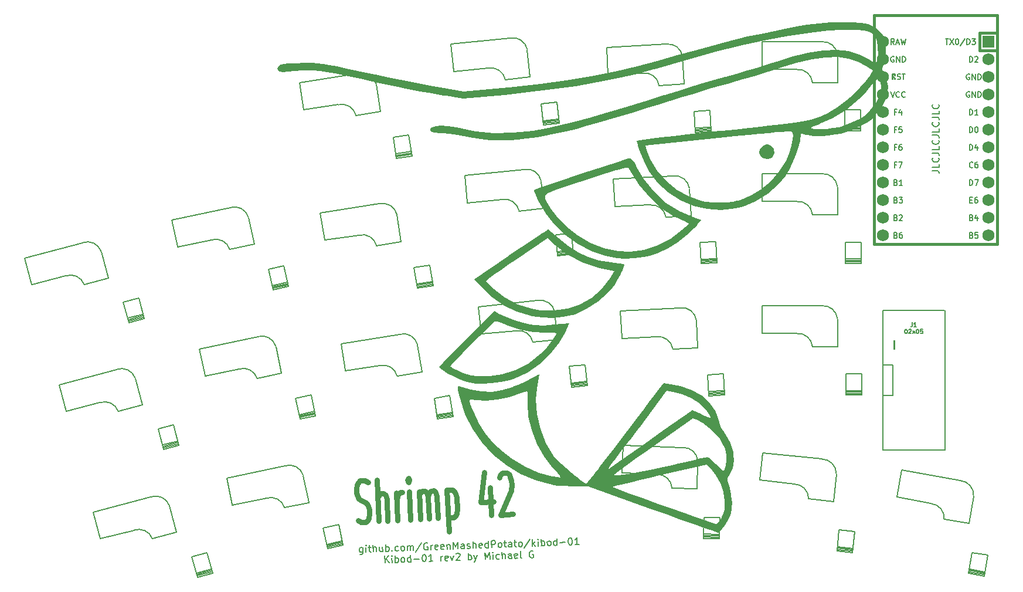
<source format=gto>
%TF.GenerationSoftware,KiCad,Pcbnew,(6.0.0)*%
%TF.CreationDate,2022-02-05T20:00:46+07:00*%
%TF.ProjectId,kibod-01-mirrored-rev2,6b69626f-642d-4303-912d-6d6972726f72,rev?*%
%TF.SameCoordinates,Original*%
%TF.FileFunction,Legend,Top*%
%TF.FilePolarity,Positive*%
%FSLAX46Y46*%
G04 Gerber Fmt 4.6, Leading zero omitted, Abs format (unit mm)*
G04 Created by KiCad (PCBNEW (6.0.0)) date 2022-02-05 20:00:46*
%MOMM*%
%LPD*%
G01*
G04 APERTURE LIST*
%ADD10C,0.750000*%
%ADD11C,0.150000*%
%ADD12C,0.127000*%
%ADD13C,0.203200*%
%ADD14C,0.381000*%
%ADD15R,1.752600X1.752600*%
%ADD16C,1.752600*%
G04 APERTURE END LIST*
D10*
X66098577Y-93089895D02*
X66541514Y-93352788D01*
X67254821Y-93315405D01*
X67525191Y-93015129D01*
X67652899Y-92722330D01*
X67765654Y-92144208D01*
X67735748Y-91573563D01*
X67563180Y-91010394D01*
X67405566Y-90732548D01*
X67105290Y-90462178D01*
X66519691Y-90206762D01*
X66219415Y-89936392D01*
X66061801Y-89658546D01*
X65889233Y-89095377D01*
X65859327Y-88524731D01*
X65972082Y-87946609D01*
X66099790Y-87653810D01*
X66370160Y-87353534D01*
X67083467Y-87316151D01*
X67526404Y-87579044D01*
X69109419Y-93218210D02*
X68795403Y-87226433D01*
X70393371Y-93150921D02*
X70228887Y-90012371D01*
X70056319Y-89449202D01*
X69756043Y-89178832D01*
X69328059Y-89201262D01*
X69057690Y-89501538D01*
X68929981Y-89794337D01*
X71819985Y-93076155D02*
X71610641Y-89081637D01*
X71670453Y-90222928D02*
X71783209Y-89644806D01*
X71910917Y-89352007D01*
X72181286Y-89051731D01*
X72466609Y-89036778D01*
X73674583Y-92978960D02*
X73465239Y-88984442D01*
X73360567Y-86987183D02*
X73232859Y-87279982D01*
X73390473Y-87557828D01*
X73518181Y-87265029D01*
X73360567Y-86987183D01*
X73390473Y-87557828D01*
X75101196Y-92904194D02*
X74891852Y-88909676D01*
X74921759Y-89480321D02*
X75049467Y-89187522D01*
X75319836Y-88887246D01*
X75747820Y-88864817D01*
X76048096Y-89135186D01*
X76220664Y-89698355D01*
X76385148Y-92836905D01*
X76220664Y-89698355D02*
X76333419Y-89120233D01*
X76603789Y-88819957D01*
X77031773Y-88797528D01*
X77332049Y-89067897D01*
X77504616Y-89631066D01*
X77669101Y-92769616D01*
X78886370Y-88700332D02*
X79200386Y-94692109D01*
X78901324Y-88985655D02*
X79171693Y-88685379D01*
X79742339Y-88655473D01*
X80042614Y-88925842D01*
X80200229Y-89203689D01*
X80372797Y-89766857D01*
X80462515Y-91478794D01*
X80349760Y-92056916D01*
X80222052Y-92349715D01*
X79951682Y-92649991D01*
X79381037Y-92679897D01*
X79080761Y-92409528D01*
X85163470Y-88371363D02*
X85372814Y-92365881D01*
X84330539Y-86126164D02*
X83841529Y-90443388D01*
X85696126Y-90346193D01*
X86515318Y-86869984D02*
X86643027Y-86577185D01*
X86913396Y-86276909D01*
X87626703Y-86239526D01*
X87926979Y-86509896D01*
X88084593Y-86787742D01*
X88257161Y-87350911D01*
X88287067Y-87921556D01*
X88189265Y-88785001D01*
X86656766Y-92298592D01*
X88511364Y-92201397D01*
D11*
X69997089Y-99213906D02*
X69962189Y-98214515D01*
X70568169Y-99193963D02*
X70119916Y-98637840D01*
X70533269Y-98194573D02*
X69982132Y-98785596D01*
X70996479Y-99179007D02*
X70973213Y-98512746D01*
X70961580Y-98179616D02*
X70915652Y-98228868D01*
X70964904Y-98274796D01*
X71010832Y-98225544D01*
X70961580Y-98179616D01*
X70964904Y-98274796D01*
X71472380Y-99162388D02*
X71437480Y-98162997D01*
X71450775Y-98543717D02*
X71544293Y-98492803D01*
X71734654Y-98486156D01*
X71831496Y-98530422D01*
X71880748Y-98576350D01*
X71931661Y-98669869D01*
X71941633Y-98955409D01*
X71897366Y-99052251D01*
X71851438Y-99101503D01*
X71757920Y-99152416D01*
X71567560Y-99159064D01*
X71470718Y-99114798D01*
X72519361Y-99125826D02*
X72422519Y-99081560D01*
X72373267Y-99035632D01*
X72322353Y-98942114D01*
X72312382Y-98656574D01*
X72356648Y-98559732D01*
X72402576Y-98510480D01*
X72496094Y-98459566D01*
X72638864Y-98454580D01*
X72735706Y-98498846D01*
X72784958Y-98544775D01*
X72835872Y-98638293D01*
X72845843Y-98923833D01*
X72801577Y-99020675D01*
X72755649Y-99069927D01*
X72662131Y-99120841D01*
X72519361Y-99125826D01*
X73709112Y-99084279D02*
X73674212Y-98084889D01*
X73707450Y-99036689D02*
X73613931Y-99087603D01*
X73423571Y-99094251D01*
X73326729Y-99049984D01*
X73277477Y-99004056D01*
X73226564Y-98910538D01*
X73216592Y-98624998D01*
X73260859Y-98528156D01*
X73306787Y-98478904D01*
X73400305Y-98427990D01*
X73590665Y-98421343D01*
X73687507Y-98465609D01*
X74171717Y-98686940D02*
X74933158Y-98660350D01*
X75577814Y-98018413D02*
X75672994Y-98015090D01*
X75769836Y-98059356D01*
X75819088Y-98105284D01*
X75870001Y-98198802D01*
X75924239Y-98387500D01*
X75932548Y-98625451D01*
X75891606Y-98817473D01*
X75847340Y-98914315D01*
X75801411Y-98963567D01*
X75707893Y-99014480D01*
X75612713Y-99017804D01*
X75515871Y-98973538D01*
X75466619Y-98927610D01*
X75415705Y-98834091D01*
X75361468Y-98645393D01*
X75353159Y-98407443D01*
X75394101Y-98215421D01*
X75438367Y-98118579D01*
X75484295Y-98069327D01*
X75577814Y-98018413D01*
X76897644Y-98972933D02*
X76326564Y-98992876D01*
X76612104Y-98982905D02*
X76577204Y-97983514D01*
X76487010Y-98129608D01*
X76395154Y-98228112D01*
X76301636Y-98279025D01*
X78087395Y-98931386D02*
X78064129Y-98265126D01*
X78070776Y-98455486D02*
X78115043Y-98358644D01*
X78160971Y-98309392D01*
X78254489Y-98258478D01*
X78349669Y-98255154D01*
X79085124Y-98848897D02*
X78991606Y-98899811D01*
X78801246Y-98906458D01*
X78704404Y-98862192D01*
X78653490Y-98768674D01*
X78640195Y-98387953D01*
X78684461Y-98291111D01*
X78777979Y-98240198D01*
X78968340Y-98233550D01*
X79065182Y-98277816D01*
X79116095Y-98371335D01*
X79119419Y-98466515D01*
X78646843Y-98578313D01*
X79444240Y-98216931D02*
X79705457Y-98874882D01*
X79920140Y-98200312D01*
X80244961Y-97950729D02*
X80290889Y-97901477D01*
X80384408Y-97850563D01*
X80622358Y-97842254D01*
X80719200Y-97886520D01*
X80768452Y-97932448D01*
X80819366Y-98025967D01*
X80822689Y-98121147D01*
X80780085Y-98265579D01*
X80228947Y-98856602D01*
X80847617Y-98834997D01*
X82037368Y-98793450D02*
X82002469Y-97794059D01*
X82015764Y-98174780D02*
X82109282Y-98123866D01*
X82299642Y-98117218D01*
X82396484Y-98161485D01*
X82445736Y-98207413D01*
X82496650Y-98300931D01*
X82506621Y-98586471D01*
X82462355Y-98683313D01*
X82416427Y-98732565D01*
X82322909Y-98783479D01*
X82132549Y-98790126D01*
X82035707Y-98745860D01*
X82823133Y-98098938D02*
X83084349Y-98756889D01*
X83299033Y-98082319D02*
X83084349Y-98756889D01*
X82997479Y-98998163D01*
X82951551Y-99047415D01*
X82858032Y-99098329D01*
X84464460Y-98708694D02*
X84429561Y-97709303D01*
X84787619Y-98411521D01*
X85095822Y-97686037D01*
X85130721Y-98685428D01*
X85606621Y-98668809D02*
X85583355Y-98002549D01*
X85571722Y-97669418D02*
X85525794Y-97718670D01*
X85575046Y-97764598D01*
X85620974Y-97715346D01*
X85571722Y-97669418D01*
X85575046Y-97764598D01*
X86509170Y-98589643D02*
X86415652Y-98640557D01*
X86225292Y-98647205D01*
X86128450Y-98602938D01*
X86079198Y-98557010D01*
X86028284Y-98463492D01*
X86018313Y-98177952D01*
X86062579Y-98081110D01*
X86108507Y-98031858D01*
X86202026Y-97980944D01*
X86392386Y-97974297D01*
X86489228Y-98018563D01*
X86939143Y-98622276D02*
X86904243Y-97622886D01*
X87367453Y-98607320D02*
X87349172Y-98083829D01*
X87298258Y-97990311D01*
X87201416Y-97946045D01*
X87058646Y-97951030D01*
X86965128Y-98001944D01*
X86919200Y-98051196D01*
X88271664Y-98575744D02*
X88253383Y-98052253D01*
X88202469Y-97958735D01*
X88105627Y-97914469D01*
X87915267Y-97921116D01*
X87821749Y-97972030D01*
X88270002Y-98528154D02*
X88176484Y-98579068D01*
X87938533Y-98587377D01*
X87841691Y-98543111D01*
X87790778Y-98449593D01*
X87787454Y-98354412D01*
X87831720Y-98257570D01*
X87925238Y-98206657D01*
X88163189Y-98198347D01*
X88256707Y-98147433D01*
X89126622Y-98498240D02*
X89033104Y-98549154D01*
X88842744Y-98555801D01*
X88745902Y-98511535D01*
X88694988Y-98418017D01*
X88681693Y-98037296D01*
X88725960Y-97940455D01*
X88819478Y-97889541D01*
X89009838Y-97882893D01*
X89106680Y-97927159D01*
X89157594Y-98020678D01*
X89160917Y-98115858D01*
X88688341Y-98227657D01*
X89746955Y-98524226D02*
X89650113Y-98479959D01*
X89599199Y-98386441D01*
X89569285Y-97529820D01*
X91379369Y-97514259D02*
X91282527Y-97469993D01*
X91139757Y-97474978D01*
X90998648Y-97527554D01*
X90906792Y-97626058D01*
X90862526Y-97722900D01*
X90821583Y-97914922D01*
X90826569Y-98057692D01*
X90880806Y-98246390D01*
X90931720Y-98339908D01*
X91030224Y-98431765D01*
X91174656Y-98474369D01*
X91269836Y-98471045D01*
X91410944Y-98418470D01*
X91456873Y-98369218D01*
X91445239Y-98036087D01*
X91254879Y-98042735D01*
X66762166Y-96997799D02*
X66790418Y-97806829D01*
X66746152Y-97903671D01*
X66700224Y-97952923D01*
X66606706Y-98003837D01*
X66463936Y-98008823D01*
X66367094Y-97964557D01*
X66783771Y-97616469D02*
X66690253Y-97667383D01*
X66499892Y-97674031D01*
X66403050Y-97629764D01*
X66353799Y-97583836D01*
X66302885Y-97490318D01*
X66292913Y-97204778D01*
X66337180Y-97107936D01*
X66383108Y-97058684D01*
X66476626Y-97007770D01*
X66666986Y-97001123D01*
X66763828Y-97045389D01*
X67261333Y-97647441D02*
X67238067Y-96981180D01*
X67226434Y-96648050D02*
X67180505Y-96697302D01*
X67229757Y-96743230D01*
X67275685Y-96693978D01*
X67226434Y-96648050D01*
X67229757Y-96743230D01*
X67571197Y-96969547D02*
X67951917Y-96956252D01*
X67702334Y-96631431D02*
X67732248Y-97488052D01*
X67783162Y-97581570D01*
X67880004Y-97625836D01*
X67975184Y-97622512D01*
X68308314Y-97610879D02*
X68273414Y-96611488D01*
X68736624Y-97595922D02*
X68718344Y-97072432D01*
X68667430Y-96978914D01*
X68570588Y-96934647D01*
X68427818Y-96939633D01*
X68334299Y-96990547D01*
X68288371Y-97039799D01*
X69617569Y-96898086D02*
X69640835Y-97564347D01*
X69189258Y-96913043D02*
X69207539Y-97436533D01*
X69258453Y-97530052D01*
X69355295Y-97574318D01*
X69498065Y-97569332D01*
X69591583Y-97518418D01*
X69637511Y-97469166D01*
X70116735Y-97547728D02*
X70081836Y-96548337D01*
X70095131Y-96929057D02*
X70188649Y-96878143D01*
X70379009Y-96871496D01*
X70475851Y-96915762D01*
X70525103Y-96961690D01*
X70576017Y-97055209D01*
X70585988Y-97340749D01*
X70541722Y-97437591D01*
X70495794Y-97486843D01*
X70402276Y-97537756D01*
X70211915Y-97544404D01*
X70115074Y-97500138D01*
X71017622Y-97420972D02*
X71066874Y-97466900D01*
X71020946Y-97516152D01*
X70971694Y-97470224D01*
X71017622Y-97420972D01*
X71020946Y-97516152D01*
X71923495Y-97436986D02*
X71829977Y-97487900D01*
X71639617Y-97494548D01*
X71542775Y-97450281D01*
X71493523Y-97404353D01*
X71442609Y-97310835D01*
X71432638Y-97025295D01*
X71476904Y-96928453D01*
X71522832Y-96879201D01*
X71616350Y-96828287D01*
X71806710Y-96821639D01*
X71903552Y-96865906D01*
X72496237Y-97464634D02*
X72399395Y-97420367D01*
X72350143Y-97374439D01*
X72299230Y-97280921D01*
X72289258Y-96995381D01*
X72333525Y-96898539D01*
X72379453Y-96849287D01*
X72472971Y-96798373D01*
X72615741Y-96793387D01*
X72712583Y-96837654D01*
X72761835Y-96883582D01*
X72812749Y-96977100D01*
X72822720Y-97262640D01*
X72778454Y-97359482D01*
X72732526Y-97408734D01*
X72639007Y-97459648D01*
X72496237Y-97464634D01*
X73257678Y-97438044D02*
X73234412Y-96771783D01*
X73237735Y-96866963D02*
X73283664Y-96817711D01*
X73377182Y-96766797D01*
X73519952Y-96761812D01*
X73616794Y-96806078D01*
X73667708Y-96899596D01*
X73685988Y-97423087D01*
X73667708Y-96899596D02*
X73711974Y-96802754D01*
X73805492Y-96751840D01*
X73948262Y-96746855D01*
X74045104Y-96791121D01*
X74096018Y-96884639D01*
X74114299Y-97408130D01*
X75267488Y-96319602D02*
X74455738Y-97634447D01*
X76127433Y-96384868D02*
X76030591Y-96340602D01*
X75887821Y-96345587D01*
X75746712Y-96398163D01*
X75654856Y-96496667D01*
X75610590Y-96593509D01*
X75569647Y-96785531D01*
X75574633Y-96928301D01*
X75628871Y-97116999D01*
X75679784Y-97210518D01*
X75778288Y-97302374D01*
X75922720Y-97344978D01*
X76017900Y-97341654D01*
X76159009Y-97289079D01*
X76204937Y-97239827D01*
X76193304Y-96906697D01*
X76002943Y-96913344D01*
X76636571Y-97320050D02*
X76613304Y-96653789D01*
X76619952Y-96844150D02*
X76664218Y-96747308D01*
X76710146Y-96698056D01*
X76803665Y-96647142D01*
X76898845Y-96643818D01*
X77634300Y-97237561D02*
X77540782Y-97288474D01*
X77350421Y-97295122D01*
X77253579Y-97250856D01*
X77202666Y-97157337D01*
X77189371Y-96776617D01*
X77233637Y-96679775D01*
X77327155Y-96628861D01*
X77517515Y-96622214D01*
X77614357Y-96666480D01*
X77665271Y-96759998D01*
X77668595Y-96855178D01*
X77196018Y-96966977D01*
X78490920Y-97207647D02*
X78397402Y-97258560D01*
X78207042Y-97265208D01*
X78110200Y-97220942D01*
X78059286Y-97127424D01*
X78045991Y-96746703D01*
X78090258Y-96649861D01*
X78183776Y-96598947D01*
X78374136Y-96592300D01*
X78470978Y-96636566D01*
X78521892Y-96730084D01*
X78525215Y-96825264D01*
X78052639Y-96937063D01*
X78945216Y-96572357D02*
X78968483Y-97238618D01*
X78948540Y-96667537D02*
X78994468Y-96618285D01*
X79087987Y-96567372D01*
X79230757Y-96562386D01*
X79327599Y-96606652D01*
X79378512Y-96700171D01*
X79396793Y-97223661D01*
X79872693Y-97207042D02*
X79837794Y-96207651D01*
X80195852Y-96909869D01*
X80504055Y-96184385D01*
X80538954Y-97183776D01*
X81443165Y-97152200D02*
X81424884Y-96628710D01*
X81373970Y-96535191D01*
X81277128Y-96490925D01*
X81086768Y-96497573D01*
X80993250Y-96548487D01*
X81441503Y-97104610D02*
X81347985Y-97155524D01*
X81110035Y-97163833D01*
X81013193Y-97119567D01*
X80962279Y-97026049D01*
X80958955Y-96930869D01*
X81003221Y-96834027D01*
X81096739Y-96783113D01*
X81334690Y-96774804D01*
X81428208Y-96723890D01*
X81869813Y-97089653D02*
X81966655Y-97133919D01*
X82157015Y-97127272D01*
X82250534Y-97076358D01*
X82294800Y-96979516D01*
X82293138Y-96931926D01*
X82242224Y-96838408D01*
X82145382Y-96794142D01*
X82002612Y-96799127D01*
X81905770Y-96754861D01*
X81854856Y-96661343D01*
X81853194Y-96613753D01*
X81897461Y-96516911D01*
X81990979Y-96465997D01*
X82133749Y-96461011D01*
X82230591Y-96505278D01*
X82728096Y-97107329D02*
X82693196Y-96107938D01*
X83156406Y-97092372D02*
X83138126Y-96568882D01*
X83087212Y-96475364D01*
X82990370Y-96431097D01*
X82847600Y-96436083D01*
X82754081Y-96486997D01*
X82708153Y-96536249D01*
X84011365Y-97014868D02*
X83917847Y-97065782D01*
X83727487Y-97072430D01*
X83630645Y-97028164D01*
X83579731Y-96934645D01*
X83566436Y-96553925D01*
X83610702Y-96457083D01*
X83704220Y-96406169D01*
X83894580Y-96399522D01*
X83991422Y-96443788D01*
X84042336Y-96537306D01*
X84045660Y-96632486D01*
X83573083Y-96744285D01*
X84917238Y-97030883D02*
X84882338Y-96031492D01*
X84915576Y-96983293D02*
X84822058Y-97034207D01*
X84631697Y-97040854D01*
X84534855Y-96996588D01*
X84485604Y-96950660D01*
X84434690Y-96857141D01*
X84424718Y-96571601D01*
X84468985Y-96474759D01*
X84514913Y-96425507D01*
X84608431Y-96374594D01*
X84798791Y-96367946D01*
X84895633Y-96412212D01*
X85393138Y-97014264D02*
X85358239Y-96014873D01*
X85738959Y-96001578D01*
X85835801Y-96045844D01*
X85885053Y-96091773D01*
X85935967Y-96185291D01*
X85940952Y-96328061D01*
X85896686Y-96424903D01*
X85850758Y-96474155D01*
X85757240Y-96525069D01*
X85376519Y-96538364D01*
X86535299Y-96974379D02*
X86438457Y-96930113D01*
X86389205Y-96884184D01*
X86338291Y-96790666D01*
X86328320Y-96505126D01*
X86372586Y-96408284D01*
X86418514Y-96359032D01*
X86512033Y-96308118D01*
X86654803Y-96303133D01*
X86751645Y-96347399D01*
X86800897Y-96393327D01*
X86851810Y-96486845D01*
X86861782Y-96772386D01*
X86817515Y-96869227D01*
X86771587Y-96918479D01*
X86678069Y-96969393D01*
X86535299Y-96974379D01*
X87130703Y-96286514D02*
X87511423Y-96273219D01*
X87261840Y-95948398D02*
X87291754Y-96805019D01*
X87342668Y-96898537D01*
X87439510Y-96942803D01*
X87534690Y-96939479D01*
X88296130Y-96912889D02*
X88277850Y-96389399D01*
X88226936Y-96295881D01*
X88130094Y-96251614D01*
X87939734Y-96258262D01*
X87846216Y-96309176D01*
X88294469Y-96865299D02*
X88200950Y-96916213D01*
X87963000Y-96924522D01*
X87866158Y-96880256D01*
X87815244Y-96786738D01*
X87811921Y-96691558D01*
X87856187Y-96594716D01*
X87949705Y-96543802D01*
X88187655Y-96535493D01*
X88281174Y-96484579D01*
X88605994Y-96234996D02*
X88986715Y-96221700D01*
X88737131Y-95896880D02*
X88767045Y-96753500D01*
X88817959Y-96847019D01*
X88914801Y-96891285D01*
X89009981Y-96887961D01*
X89485881Y-96871342D02*
X89389039Y-96827076D01*
X89339788Y-96781148D01*
X89288874Y-96687630D01*
X89278902Y-96402089D01*
X89323169Y-96305247D01*
X89369097Y-96255995D01*
X89462615Y-96205082D01*
X89605385Y-96200096D01*
X89702227Y-96244362D01*
X89751479Y-96290290D01*
X89802393Y-96383809D01*
X89812364Y-96669349D01*
X89768098Y-96766191D01*
X89722170Y-96815443D01*
X89628652Y-96866357D01*
X89485881Y-96871342D01*
X90924611Y-95772843D02*
X90112861Y-97087688D01*
X91294303Y-96808191D02*
X91259403Y-95808800D01*
X91376188Y-96424147D02*
X91675023Y-96794896D01*
X91651757Y-96128635D02*
X91284332Y-96522651D01*
X92103334Y-96779939D02*
X92080067Y-96113678D01*
X92068434Y-95780548D02*
X92022506Y-95829800D01*
X92071758Y-95875728D01*
X92117686Y-95826476D01*
X92068434Y-95780548D01*
X92071758Y-95875728D01*
X92579234Y-96763320D02*
X92544334Y-95763929D01*
X92557630Y-96144649D02*
X92651148Y-96093736D01*
X92841508Y-96087088D01*
X92938350Y-96131354D01*
X92987602Y-96177283D01*
X93038516Y-96270801D01*
X93048487Y-96556341D01*
X93004221Y-96653183D01*
X92958292Y-96702435D01*
X92864774Y-96753349D01*
X92674414Y-96759996D01*
X92577572Y-96715730D01*
X93626215Y-96726759D02*
X93529373Y-96682492D01*
X93480121Y-96636564D01*
X93429207Y-96543046D01*
X93419236Y-96257506D01*
X93463502Y-96160664D01*
X93509430Y-96111412D01*
X93602949Y-96060498D01*
X93745719Y-96055512D01*
X93842561Y-96099779D01*
X93891813Y-96145707D01*
X93942726Y-96239225D01*
X93952698Y-96524765D01*
X93908431Y-96621607D01*
X93862503Y-96670859D01*
X93768985Y-96721773D01*
X93626215Y-96726759D01*
X94815966Y-96685212D02*
X94781066Y-95685821D01*
X94814304Y-96637622D02*
X94720786Y-96688535D01*
X94530426Y-96695183D01*
X94433584Y-96650917D01*
X94384332Y-96604988D01*
X94333418Y-96511470D01*
X94323447Y-96225930D01*
X94367713Y-96129088D01*
X94413641Y-96079836D01*
X94507159Y-96028922D01*
X94697519Y-96022275D01*
X94794361Y-96066541D01*
X95278571Y-96287872D02*
X96040012Y-96261282D01*
X96684668Y-95619346D02*
X96779848Y-95616022D01*
X96876690Y-95660288D01*
X96925942Y-95706216D01*
X96976856Y-95799734D01*
X97031093Y-95988433D01*
X97039403Y-96226383D01*
X96998460Y-96418405D01*
X96954194Y-96515247D01*
X96908266Y-96564499D01*
X96814747Y-96615413D01*
X96719567Y-96618736D01*
X96622725Y-96574470D01*
X96573474Y-96528542D01*
X96522560Y-96435024D01*
X96468322Y-96246325D01*
X96460013Y-96008375D01*
X96500955Y-95816353D01*
X96545222Y-95719511D01*
X96591150Y-95670259D01*
X96684668Y-95619346D01*
X98004498Y-96573866D02*
X97433418Y-96593808D01*
X97718958Y-96583837D02*
X97684059Y-95584446D01*
X97593864Y-95730540D01*
X97502008Y-95829044D01*
X97408490Y-95879958D01*
D12*
%TO.C,J1*%
X146151600Y-64513371D02*
X146151600Y-64948800D01*
X146122571Y-65035885D01*
X146064514Y-65093942D01*
X145977428Y-65122971D01*
X145919371Y-65122971D01*
X146761200Y-65122971D02*
X146412857Y-65122971D01*
X146587028Y-65122971D02*
X146587028Y-64513371D01*
X146528971Y-64600457D01*
X146470914Y-64658514D01*
X146412857Y-64687542D01*
X145208171Y-65513371D02*
X145266228Y-65513371D01*
X145324285Y-65542400D01*
X145353314Y-65571428D01*
X145382342Y-65629485D01*
X145411371Y-65745600D01*
X145411371Y-65890742D01*
X145382342Y-66006857D01*
X145353314Y-66064914D01*
X145324285Y-66093942D01*
X145266228Y-66122971D01*
X145208171Y-66122971D01*
X145150114Y-66093942D01*
X145121085Y-66064914D01*
X145092057Y-66006857D01*
X145063028Y-65890742D01*
X145063028Y-65745600D01*
X145092057Y-65629485D01*
X145121085Y-65571428D01*
X145150114Y-65542400D01*
X145208171Y-65513371D01*
X145643600Y-65571428D02*
X145672628Y-65542400D01*
X145730685Y-65513371D01*
X145875828Y-65513371D01*
X145933885Y-65542400D01*
X145962914Y-65571428D01*
X145991942Y-65629485D01*
X145991942Y-65687542D01*
X145962914Y-65774628D01*
X145614571Y-66122971D01*
X145991942Y-66122971D01*
X146195142Y-66122971D02*
X146514457Y-65716571D01*
X146195142Y-65716571D02*
X146514457Y-66122971D01*
X146862800Y-65513371D02*
X146920857Y-65513371D01*
X146978914Y-65542400D01*
X147007942Y-65571428D01*
X147036971Y-65629485D01*
X147066000Y-65745600D01*
X147066000Y-65890742D01*
X147036971Y-66006857D01*
X147007942Y-66064914D01*
X146978914Y-66093942D01*
X146920857Y-66122971D01*
X146862800Y-66122971D01*
X146804742Y-66093942D01*
X146775714Y-66064914D01*
X146746685Y-66006857D01*
X146717657Y-65890742D01*
X146717657Y-65745600D01*
X146746685Y-65629485D01*
X146775714Y-65571428D01*
X146804742Y-65542400D01*
X146862800Y-65513371D01*
X147617542Y-65513371D02*
X147327257Y-65513371D01*
X147298228Y-65803657D01*
X147327257Y-65774628D01*
X147385314Y-65745600D01*
X147530457Y-65745600D01*
X147588514Y-65774628D01*
X147617542Y-65803657D01*
X147646571Y-65861714D01*
X147646571Y-66006857D01*
X147617542Y-66064914D01*
X147588514Y-66093942D01*
X147530457Y-66122971D01*
X147385314Y-66122971D01*
X147327257Y-66093942D01*
X147298228Y-66064914D01*
D11*
%TO.C,U1*%
X149007580Y-42622997D02*
X149721866Y-42622997D01*
X149864723Y-42670616D01*
X149959961Y-42765854D01*
X150007580Y-42908711D01*
X150007580Y-43003950D01*
X150007580Y-41670616D02*
X150007580Y-42146807D01*
X149007580Y-42146807D01*
X149912342Y-40765854D02*
X149959961Y-40813473D01*
X150007580Y-40956330D01*
X150007580Y-41051569D01*
X149959961Y-41194426D01*
X149864723Y-41289664D01*
X149769485Y-41337283D01*
X149579009Y-41384902D01*
X149436152Y-41384902D01*
X149245676Y-41337283D01*
X149150438Y-41289664D01*
X149055200Y-41194426D01*
X149007580Y-41051569D01*
X149007580Y-40956330D01*
X149055200Y-40813473D01*
X149102819Y-40765854D01*
X149007580Y-40051569D02*
X149721866Y-40051569D01*
X149864723Y-40099188D01*
X149959961Y-40194426D01*
X150007580Y-40337283D01*
X150007580Y-40432521D01*
X150007580Y-39099188D02*
X150007580Y-39575378D01*
X149007580Y-39575378D01*
X149912342Y-38194426D02*
X149959961Y-38242045D01*
X150007580Y-38384902D01*
X150007580Y-38480140D01*
X149959961Y-38622997D01*
X149864723Y-38718235D01*
X149769485Y-38765854D01*
X149579009Y-38813473D01*
X149436152Y-38813473D01*
X149245676Y-38765854D01*
X149150438Y-38718235D01*
X149055200Y-38622997D01*
X149007580Y-38480140D01*
X149007580Y-38384902D01*
X149055200Y-38242045D01*
X149102819Y-38194426D01*
X149007580Y-37480140D02*
X149721866Y-37480140D01*
X149864723Y-37527759D01*
X149959961Y-37622997D01*
X150007580Y-37765854D01*
X150007580Y-37861092D01*
X150007580Y-36527759D02*
X150007580Y-37003950D01*
X149007580Y-37003950D01*
X149912342Y-35622997D02*
X149959961Y-35670616D01*
X150007580Y-35813473D01*
X150007580Y-35908711D01*
X149959961Y-36051569D01*
X149864723Y-36146807D01*
X149769485Y-36194426D01*
X149579009Y-36242045D01*
X149436152Y-36242045D01*
X149245676Y-36194426D01*
X149150438Y-36146807D01*
X149055200Y-36051569D01*
X149007580Y-35908711D01*
X149007580Y-35813473D01*
X149055200Y-35670616D01*
X149102819Y-35622997D01*
X149007580Y-34908711D02*
X149721866Y-34908711D01*
X149864723Y-34956330D01*
X149959961Y-35051569D01*
X150007580Y-35194426D01*
X150007580Y-35289664D01*
X150007580Y-33956330D02*
X150007580Y-34432521D01*
X149007580Y-34432521D01*
X149912342Y-33051569D02*
X149959961Y-33099188D01*
X150007580Y-33242045D01*
X150007580Y-33337283D01*
X149959961Y-33480140D01*
X149864723Y-33575378D01*
X149769485Y-33622997D01*
X149579009Y-33670616D01*
X149436152Y-33670616D01*
X149245676Y-33622997D01*
X149150438Y-33575378D01*
X149055200Y-33480140D01*
X149007580Y-33337283D01*
X149007580Y-33242045D01*
X149055200Y-33099188D01*
X149102819Y-33051569D01*
X143484676Y-26173950D02*
X143408485Y-26135854D01*
X143294200Y-26135854D01*
X143179914Y-26173950D01*
X143103723Y-26250140D01*
X143065628Y-26326330D01*
X143027533Y-26478711D01*
X143027533Y-26592997D01*
X143065628Y-26745378D01*
X143103723Y-26821569D01*
X143179914Y-26897759D01*
X143294200Y-26935854D01*
X143370390Y-26935854D01*
X143484676Y-26897759D01*
X143522771Y-26859664D01*
X143522771Y-26592997D01*
X143370390Y-26592997D01*
X143865628Y-26935854D02*
X143865628Y-26135854D01*
X144322771Y-26935854D01*
X144322771Y-26135854D01*
X144703723Y-26935854D02*
X144703723Y-26135854D01*
X144894200Y-26135854D01*
X145008485Y-26173950D01*
X145084676Y-26250140D01*
X145122771Y-26326330D01*
X145160866Y-26478711D01*
X145160866Y-26592997D01*
X145122771Y-26745378D01*
X145084676Y-26821569D01*
X145008485Y-26897759D01*
X144894200Y-26935854D01*
X144703723Y-26935854D01*
X154692390Y-49376807D02*
X154806676Y-49414902D01*
X154844771Y-49452997D01*
X154882866Y-49529188D01*
X154882866Y-49643473D01*
X154844771Y-49719664D01*
X154806676Y-49757759D01*
X154730485Y-49795854D01*
X154425723Y-49795854D01*
X154425723Y-48995854D01*
X154692390Y-48995854D01*
X154768580Y-49033950D01*
X154806676Y-49072045D01*
X154844771Y-49148235D01*
X154844771Y-49224426D01*
X154806676Y-49300616D01*
X154768580Y-49338711D01*
X154692390Y-49376807D01*
X154425723Y-49376807D01*
X155568580Y-49262521D02*
X155568580Y-49795854D01*
X155378104Y-48957759D02*
X155187628Y-49529188D01*
X155682866Y-49529188D01*
X143770390Y-44296807D02*
X143884676Y-44334902D01*
X143922771Y-44372997D01*
X143960866Y-44449188D01*
X143960866Y-44563473D01*
X143922771Y-44639664D01*
X143884676Y-44677759D01*
X143808485Y-44715854D01*
X143503723Y-44715854D01*
X143503723Y-43915854D01*
X143770390Y-43915854D01*
X143846580Y-43953950D01*
X143884676Y-43992045D01*
X143922771Y-44068235D01*
X143922771Y-44144426D01*
X143884676Y-44220616D01*
X143846580Y-44258711D01*
X143770390Y-44296807D01*
X143503723Y-44296807D01*
X144722771Y-44715854D02*
X144265628Y-44715854D01*
X144494200Y-44715854D02*
X144494200Y-43915854D01*
X144418009Y-44030140D01*
X144341819Y-44106330D01*
X144265628Y-44144426D01*
X154406676Y-28713950D02*
X154330485Y-28675854D01*
X154216200Y-28675854D01*
X154101914Y-28713950D01*
X154025723Y-28790140D01*
X153987628Y-28866330D01*
X153949533Y-29018711D01*
X153949533Y-29132997D01*
X153987628Y-29285378D01*
X154025723Y-29361569D01*
X154101914Y-29437759D01*
X154216200Y-29475854D01*
X154292390Y-29475854D01*
X154406676Y-29437759D01*
X154444771Y-29399664D01*
X154444771Y-29132997D01*
X154292390Y-29132997D01*
X154787628Y-29475854D02*
X154787628Y-28675854D01*
X155244771Y-29475854D01*
X155244771Y-28675854D01*
X155625723Y-29475854D02*
X155625723Y-28675854D01*
X155816200Y-28675854D01*
X155930485Y-28713950D01*
X156006676Y-28790140D01*
X156044771Y-28866330D01*
X156082866Y-29018711D01*
X156082866Y-29132997D01*
X156044771Y-29285378D01*
X156006676Y-29361569D01*
X155930485Y-29437759D01*
X155816200Y-29475854D01*
X155625723Y-29475854D01*
X154425723Y-34555854D02*
X154425723Y-33755854D01*
X154616200Y-33755854D01*
X154730485Y-33793950D01*
X154806676Y-33870140D01*
X154844771Y-33946330D01*
X154882866Y-34098711D01*
X154882866Y-34212997D01*
X154844771Y-34365378D01*
X154806676Y-34441569D01*
X154730485Y-34517759D01*
X154616200Y-34555854D01*
X154425723Y-34555854D01*
X155644771Y-34555854D02*
X155187628Y-34555854D01*
X155416200Y-34555854D02*
X155416200Y-33755854D01*
X155340009Y-33870140D01*
X155263819Y-33946330D01*
X155187628Y-33984426D01*
X150936595Y-23595854D02*
X151393738Y-23595854D01*
X151165167Y-24395854D02*
X151165167Y-23595854D01*
X151584214Y-23595854D02*
X152117548Y-24395854D01*
X152117548Y-23595854D02*
X151584214Y-24395854D01*
X152574691Y-23595854D02*
X152650881Y-23595854D01*
X152727072Y-23633950D01*
X152765167Y-23672045D01*
X152803262Y-23748235D01*
X152841357Y-23900616D01*
X152841357Y-24091092D01*
X152803262Y-24243473D01*
X152765167Y-24319664D01*
X152727072Y-24357759D01*
X152650881Y-24395854D01*
X152574691Y-24395854D01*
X152498500Y-24357759D01*
X152460405Y-24319664D01*
X152422310Y-24243473D01*
X152384214Y-24091092D01*
X152384214Y-23900616D01*
X152422310Y-23748235D01*
X152460405Y-23672045D01*
X152498500Y-23633950D01*
X152574691Y-23595854D01*
X153755643Y-23557759D02*
X153069929Y-24586330D01*
X154022310Y-24395854D02*
X154022310Y-23595854D01*
X154212786Y-23595854D01*
X154327072Y-23633950D01*
X154403262Y-23710140D01*
X154441357Y-23786330D01*
X154479452Y-23938711D01*
X154479452Y-24052997D01*
X154441357Y-24205378D01*
X154403262Y-24281569D01*
X154327072Y-24357759D01*
X154212786Y-24395854D01*
X154022310Y-24395854D01*
X154746119Y-23595854D02*
X155241357Y-23595854D01*
X154974691Y-23900616D01*
X155088976Y-23900616D01*
X155165167Y-23938711D01*
X155203262Y-23976807D01*
X155241357Y-24052997D01*
X155241357Y-24243473D01*
X155203262Y-24319664D01*
X155165167Y-24357759D01*
X155088976Y-24395854D01*
X154860405Y-24395854D01*
X154784214Y-24357759D01*
X154746119Y-24319664D01*
X143981866Y-29417759D02*
X144096152Y-29455854D01*
X144286628Y-29455854D01*
X144362819Y-29417759D01*
X144400914Y-29379664D01*
X144439009Y-29303473D01*
X144439009Y-29227283D01*
X144400914Y-29151092D01*
X144362819Y-29112997D01*
X144286628Y-29074902D01*
X144134247Y-29036807D01*
X144058057Y-28998711D01*
X144019961Y-28960616D01*
X143981866Y-28884426D01*
X143981866Y-28808235D01*
X144019961Y-28732045D01*
X144058057Y-28693950D01*
X144134247Y-28655854D01*
X144324723Y-28655854D01*
X144439009Y-28693950D01*
X144667580Y-28655854D02*
X145124723Y-28655854D01*
X144896152Y-29455854D02*
X144896152Y-28655854D01*
X143827533Y-41756807D02*
X143560866Y-41756807D01*
X143560866Y-42175854D02*
X143560866Y-41375854D01*
X143941819Y-41375854D01*
X144170390Y-41375854D02*
X144703723Y-41375854D01*
X144360866Y-42175854D01*
X154425723Y-44715854D02*
X154425723Y-43915854D01*
X154616200Y-43915854D01*
X154730485Y-43953950D01*
X154806676Y-44030140D01*
X154844771Y-44106330D01*
X154882866Y-44258711D01*
X154882866Y-44372997D01*
X154844771Y-44525378D01*
X154806676Y-44601569D01*
X154730485Y-44677759D01*
X154616200Y-44715854D01*
X154425723Y-44715854D01*
X155149533Y-43915854D02*
X155682866Y-43915854D01*
X155340009Y-44715854D01*
X154425723Y-26935854D02*
X154425723Y-26135854D01*
X154616200Y-26135854D01*
X154730485Y-26173950D01*
X154806676Y-26250140D01*
X154844771Y-26326330D01*
X154882866Y-26478711D01*
X154882866Y-26592997D01*
X154844771Y-26745378D01*
X154806676Y-26821569D01*
X154730485Y-26897759D01*
X154616200Y-26935854D01*
X154425723Y-26935854D01*
X155187628Y-26212045D02*
X155225723Y-26173950D01*
X155301914Y-26135854D01*
X155492390Y-26135854D01*
X155568580Y-26173950D01*
X155606676Y-26212045D01*
X155644771Y-26288235D01*
X155644771Y-26364426D01*
X155606676Y-26478711D01*
X155149533Y-26935854D01*
X155644771Y-26935854D01*
X143827533Y-34136807D02*
X143560866Y-34136807D01*
X143560866Y-34555854D02*
X143560866Y-33755854D01*
X143941819Y-33755854D01*
X144589438Y-34022521D02*
X144589438Y-34555854D01*
X144398961Y-33717759D02*
X144208485Y-34289188D01*
X144703723Y-34289188D01*
X154406676Y-31253950D02*
X154330485Y-31215854D01*
X154216200Y-31215854D01*
X154101914Y-31253950D01*
X154025723Y-31330140D01*
X153987628Y-31406330D01*
X153949533Y-31558711D01*
X153949533Y-31672997D01*
X153987628Y-31825378D01*
X154025723Y-31901569D01*
X154101914Y-31977759D01*
X154216200Y-32015854D01*
X154292390Y-32015854D01*
X154406676Y-31977759D01*
X154444771Y-31939664D01*
X154444771Y-31672997D01*
X154292390Y-31672997D01*
X154787628Y-32015854D02*
X154787628Y-31215854D01*
X155244771Y-32015854D01*
X155244771Y-31215854D01*
X155625723Y-32015854D02*
X155625723Y-31215854D01*
X155816200Y-31215854D01*
X155930485Y-31253950D01*
X156006676Y-31330140D01*
X156044771Y-31406330D01*
X156082866Y-31558711D01*
X156082866Y-31672997D01*
X156044771Y-31825378D01*
X156006676Y-31901569D01*
X155930485Y-31977759D01*
X155816200Y-32015854D01*
X155625723Y-32015854D01*
X154425723Y-37095854D02*
X154425723Y-36295854D01*
X154616200Y-36295854D01*
X154730485Y-36333950D01*
X154806676Y-36410140D01*
X154844771Y-36486330D01*
X154882866Y-36638711D01*
X154882866Y-36752997D01*
X154844771Y-36905378D01*
X154806676Y-36981569D01*
X154730485Y-37057759D01*
X154616200Y-37095854D01*
X154425723Y-37095854D01*
X155378104Y-36295854D02*
X155454295Y-36295854D01*
X155530485Y-36333950D01*
X155568580Y-36372045D01*
X155606676Y-36448235D01*
X155644771Y-36600616D01*
X155644771Y-36791092D01*
X155606676Y-36943473D01*
X155568580Y-37019664D01*
X155530485Y-37057759D01*
X155454295Y-37095854D01*
X155378104Y-37095854D01*
X155301914Y-37057759D01*
X155263819Y-37019664D01*
X155225723Y-36943473D01*
X155187628Y-36791092D01*
X155187628Y-36600616D01*
X155225723Y-36448235D01*
X155263819Y-36372045D01*
X155301914Y-36333950D01*
X155378104Y-36295854D01*
X154463819Y-46836807D02*
X154730485Y-46836807D01*
X154844771Y-47255854D02*
X154463819Y-47255854D01*
X154463819Y-46455854D01*
X154844771Y-46455854D01*
X155530485Y-46455854D02*
X155378104Y-46455854D01*
X155301914Y-46493950D01*
X155263819Y-46532045D01*
X155187628Y-46646330D01*
X155149533Y-46798711D01*
X155149533Y-47103473D01*
X155187628Y-47179664D01*
X155225723Y-47217759D01*
X155301914Y-47255854D01*
X155454295Y-47255854D01*
X155530485Y-47217759D01*
X155568580Y-47179664D01*
X155606676Y-47103473D01*
X155606676Y-46912997D01*
X155568580Y-46836807D01*
X155530485Y-46798711D01*
X155454295Y-46760616D01*
X155301914Y-46760616D01*
X155225723Y-46798711D01*
X155187628Y-46836807D01*
X155149533Y-46912997D01*
X154692390Y-51916807D02*
X154806676Y-51954902D01*
X154844771Y-51992997D01*
X154882866Y-52069188D01*
X154882866Y-52183473D01*
X154844771Y-52259664D01*
X154806676Y-52297759D01*
X154730485Y-52335854D01*
X154425723Y-52335854D01*
X154425723Y-51535854D01*
X154692390Y-51535854D01*
X154768580Y-51573950D01*
X154806676Y-51612045D01*
X154844771Y-51688235D01*
X154844771Y-51764426D01*
X154806676Y-51840616D01*
X154768580Y-51878711D01*
X154692390Y-51916807D01*
X154425723Y-51916807D01*
X155606676Y-51535854D02*
X155225723Y-51535854D01*
X155187628Y-51916807D01*
X155225723Y-51878711D01*
X155301914Y-51840616D01*
X155492390Y-51840616D01*
X155568580Y-51878711D01*
X155606676Y-51916807D01*
X155644771Y-51992997D01*
X155644771Y-52183473D01*
X155606676Y-52259664D01*
X155568580Y-52297759D01*
X155492390Y-52335854D01*
X155301914Y-52335854D01*
X155225723Y-52297759D01*
X155187628Y-52259664D01*
X143541819Y-24395854D02*
X143275152Y-24014902D01*
X143084676Y-24395854D02*
X143084676Y-23595854D01*
X143389438Y-23595854D01*
X143465628Y-23633950D01*
X143503723Y-23672045D01*
X143541819Y-23748235D01*
X143541819Y-23862521D01*
X143503723Y-23938711D01*
X143465628Y-23976807D01*
X143389438Y-24014902D01*
X143084676Y-24014902D01*
X143846580Y-24167283D02*
X144227533Y-24167283D01*
X143770390Y-24395854D02*
X144037057Y-23595854D01*
X144303723Y-24395854D01*
X144494200Y-23595854D02*
X144684676Y-24395854D01*
X144837057Y-23824426D01*
X144989438Y-24395854D01*
X145179914Y-23595854D01*
X143827533Y-36676807D02*
X143560866Y-36676807D01*
X143560866Y-37095854D02*
X143560866Y-36295854D01*
X143941819Y-36295854D01*
X144627533Y-36295854D02*
X144246580Y-36295854D01*
X144208485Y-36676807D01*
X144246580Y-36638711D01*
X144322771Y-36600616D01*
X144513247Y-36600616D01*
X144589438Y-36638711D01*
X144627533Y-36676807D01*
X144665628Y-36752997D01*
X144665628Y-36943473D01*
X144627533Y-37019664D01*
X144589438Y-37057759D01*
X144513247Y-37095854D01*
X144322771Y-37095854D01*
X144246580Y-37057759D01*
X144208485Y-37019664D01*
X143770390Y-51916807D02*
X143884676Y-51954902D01*
X143922771Y-51992997D01*
X143960866Y-52069188D01*
X143960866Y-52183473D01*
X143922771Y-52259664D01*
X143884676Y-52297759D01*
X143808485Y-52335854D01*
X143503723Y-52335854D01*
X143503723Y-51535854D01*
X143770390Y-51535854D01*
X143846580Y-51573950D01*
X143884676Y-51612045D01*
X143922771Y-51688235D01*
X143922771Y-51764426D01*
X143884676Y-51840616D01*
X143846580Y-51878711D01*
X143770390Y-51916807D01*
X143503723Y-51916807D01*
X144646580Y-51535854D02*
X144494200Y-51535854D01*
X144418009Y-51573950D01*
X144379914Y-51612045D01*
X144303723Y-51726330D01*
X144265628Y-51878711D01*
X144265628Y-52183473D01*
X144303723Y-52259664D01*
X144341819Y-52297759D01*
X144418009Y-52335854D01*
X144570390Y-52335854D01*
X144646580Y-52297759D01*
X144684676Y-52259664D01*
X144722771Y-52183473D01*
X144722771Y-51992997D01*
X144684676Y-51916807D01*
X144646580Y-51878711D01*
X144570390Y-51840616D01*
X144418009Y-51840616D01*
X144341819Y-51878711D01*
X144303723Y-51916807D01*
X144265628Y-51992997D01*
X154882866Y-42099664D02*
X154844771Y-42137759D01*
X154730485Y-42175854D01*
X154654295Y-42175854D01*
X154540009Y-42137759D01*
X154463819Y-42061569D01*
X154425723Y-41985378D01*
X154387628Y-41832997D01*
X154387628Y-41718711D01*
X154425723Y-41566330D01*
X154463819Y-41490140D01*
X154540009Y-41413950D01*
X154654295Y-41375854D01*
X154730485Y-41375854D01*
X154844771Y-41413950D01*
X154882866Y-41452045D01*
X155568580Y-41375854D02*
X155416200Y-41375854D01*
X155340009Y-41413950D01*
X155301914Y-41452045D01*
X155225723Y-41566330D01*
X155187628Y-41718711D01*
X155187628Y-42023473D01*
X155225723Y-42099664D01*
X155263819Y-42137759D01*
X155340009Y-42175854D01*
X155492390Y-42175854D01*
X155568580Y-42137759D01*
X155606676Y-42099664D01*
X155644771Y-42023473D01*
X155644771Y-41832997D01*
X155606676Y-41756807D01*
X155568580Y-41718711D01*
X155492390Y-41680616D01*
X155340009Y-41680616D01*
X155263819Y-41718711D01*
X155225723Y-41756807D01*
X155187628Y-41832997D01*
X143027533Y-31215854D02*
X143294200Y-32015854D01*
X143560866Y-31215854D01*
X144284676Y-31939664D02*
X144246580Y-31977759D01*
X144132295Y-32015854D01*
X144056104Y-32015854D01*
X143941819Y-31977759D01*
X143865628Y-31901569D01*
X143827533Y-31825378D01*
X143789438Y-31672997D01*
X143789438Y-31558711D01*
X143827533Y-31406330D01*
X143865628Y-31330140D01*
X143941819Y-31253950D01*
X144056104Y-31215854D01*
X144132295Y-31215854D01*
X144246580Y-31253950D01*
X144284676Y-31292045D01*
X145084676Y-31939664D02*
X145046580Y-31977759D01*
X144932295Y-32015854D01*
X144856104Y-32015854D01*
X144741819Y-31977759D01*
X144665628Y-31901569D01*
X144627533Y-31825378D01*
X144589438Y-31672997D01*
X144589438Y-31558711D01*
X144627533Y-31406330D01*
X144665628Y-31330140D01*
X144741819Y-31253950D01*
X144856104Y-31215854D01*
X144932295Y-31215854D01*
X145046580Y-31253950D01*
X145084676Y-31292045D01*
X143770390Y-46836807D02*
X143884676Y-46874902D01*
X143922771Y-46912997D01*
X143960866Y-46989188D01*
X143960866Y-47103473D01*
X143922771Y-47179664D01*
X143884676Y-47217759D01*
X143808485Y-47255854D01*
X143503723Y-47255854D01*
X143503723Y-46455854D01*
X143770390Y-46455854D01*
X143846580Y-46493950D01*
X143884676Y-46532045D01*
X143922771Y-46608235D01*
X143922771Y-46684426D01*
X143884676Y-46760616D01*
X143846580Y-46798711D01*
X143770390Y-46836807D01*
X143503723Y-46836807D01*
X144227533Y-46455854D02*
X144722771Y-46455854D01*
X144456104Y-46760616D01*
X144570390Y-46760616D01*
X144646580Y-46798711D01*
X144684676Y-46836807D01*
X144722771Y-46912997D01*
X144722771Y-47103473D01*
X144684676Y-47179664D01*
X144646580Y-47217759D01*
X144570390Y-47255854D01*
X144341819Y-47255854D01*
X144265628Y-47217759D01*
X144227533Y-47179664D01*
X143770390Y-49376807D02*
X143884676Y-49414902D01*
X143922771Y-49452997D01*
X143960866Y-49529188D01*
X143960866Y-49643473D01*
X143922771Y-49719664D01*
X143884676Y-49757759D01*
X143808485Y-49795854D01*
X143503723Y-49795854D01*
X143503723Y-48995854D01*
X143770390Y-48995854D01*
X143846580Y-49033950D01*
X143884676Y-49072045D01*
X143922771Y-49148235D01*
X143922771Y-49224426D01*
X143884676Y-49300616D01*
X143846580Y-49338711D01*
X143770390Y-49376807D01*
X143503723Y-49376807D01*
X144265628Y-49072045D02*
X144303723Y-49033950D01*
X144379914Y-48995854D01*
X144570390Y-48995854D01*
X144646580Y-49033950D01*
X144684676Y-49072045D01*
X144722771Y-49148235D01*
X144722771Y-49224426D01*
X144684676Y-49338711D01*
X144227533Y-49795854D01*
X144722771Y-49795854D01*
X154425723Y-39635854D02*
X154425723Y-38835854D01*
X154616200Y-38835854D01*
X154730485Y-38873950D01*
X154806676Y-38950140D01*
X154844771Y-39026330D01*
X154882866Y-39178711D01*
X154882866Y-39292997D01*
X154844771Y-39445378D01*
X154806676Y-39521569D01*
X154730485Y-39597759D01*
X154616200Y-39635854D01*
X154425723Y-39635854D01*
X155568580Y-39102521D02*
X155568580Y-39635854D01*
X155378104Y-38797759D02*
X155187628Y-39369188D01*
X155682866Y-39369188D01*
X143827533Y-39216807D02*
X143560866Y-39216807D01*
X143560866Y-39635854D02*
X143560866Y-38835854D01*
X143941819Y-38835854D01*
X144589438Y-38835854D02*
X144437057Y-38835854D01*
X144360866Y-38873950D01*
X144322771Y-38912045D01*
X144246580Y-39026330D01*
X144208485Y-39178711D01*
X144208485Y-39483473D01*
X144246580Y-39559664D01*
X144284676Y-39597759D01*
X144360866Y-39635854D01*
X144513247Y-39635854D01*
X144589438Y-39597759D01*
X144627533Y-39559664D01*
X144665628Y-39483473D01*
X144665628Y-39292997D01*
X144627533Y-39216807D01*
X144589438Y-39178711D01*
X144513247Y-39140616D01*
X144360866Y-39140616D01*
X144284676Y-39178711D01*
X144246580Y-39216807D01*
X144208485Y-39292997D01*
D13*
%TO.C,D-0-0*%
X34418264Y-60997819D02*
X35207144Y-63941961D01*
D11*
X35055870Y-63543537D02*
X32930834Y-64112939D01*
D13*
X35207144Y-63941961D02*
X32999038Y-64533621D01*
X32210158Y-61589479D02*
X34418264Y-60997819D01*
D11*
X35011042Y-63762605D02*
X35107634Y-63736723D01*
D13*
X32999038Y-64533621D02*
X32210158Y-61589479D01*
D11*
X32982597Y-64306125D02*
X35011042Y-63762605D01*
X35107634Y-63736723D02*
X35011042Y-63762605D01*
X32879070Y-63919754D02*
X35004107Y-63350352D01*
%TO.C,D-0-1*%
X55852778Y-59154110D02*
X55950593Y-59133319D01*
D13*
X56039225Y-59343484D02*
X53803180Y-59818770D01*
D11*
X53798668Y-59590725D02*
X55852778Y-59154110D01*
D13*
X53803180Y-59818770D02*
X53169465Y-56837376D01*
D11*
X55909010Y-58937690D02*
X53757085Y-59395095D01*
D13*
X53169465Y-56837376D02*
X55405510Y-56362090D01*
X55405510Y-56362090D02*
X56039225Y-59343484D01*
D11*
X53715503Y-59199466D02*
X55867428Y-58742060D01*
X55950593Y-59133319D02*
X55852778Y-59154110D01*
D13*
%TO.C,D-0-2*%
X71168006Y-37824920D02*
X73425862Y-37467310D01*
D11*
X73825162Y-40263269D02*
X73726393Y-40278912D01*
X71589674Y-40212349D02*
X73762588Y-39868194D01*
X73793875Y-40065731D02*
X71620961Y-40409887D01*
D13*
X73902674Y-40477784D02*
X71644818Y-40835394D01*
D11*
X71652248Y-40607425D02*
X73726393Y-40278912D01*
D13*
X73425862Y-37467310D02*
X73902674Y-40477784D01*
D11*
X73726393Y-40278912D02*
X73825162Y-40263269D01*
D13*
X71644818Y-40835394D02*
X71168006Y-37824920D01*
D11*
%TO.C,D-0-3*%
X95062654Y-35573007D02*
X94963202Y-35583460D01*
X95041748Y-35374103D02*
X92853800Y-35604065D01*
X92874706Y-35802970D02*
X94963202Y-35583460D01*
D13*
X92536753Y-32998935D02*
X94810230Y-32759983D01*
D11*
X92832895Y-35405161D02*
X95020843Y-35175198D01*
D13*
X95128833Y-35791285D02*
X92855356Y-36030237D01*
X92855356Y-36030237D02*
X92536753Y-32998935D01*
X94810230Y-32759983D02*
X95128833Y-35791285D01*
D11*
X94963202Y-35583460D02*
X95062654Y-35573007D01*
D13*
%TO.C,D-0-4*%
X116905180Y-33945094D02*
X117064700Y-36988916D01*
D11*
X116999568Y-36567748D02*
X114802583Y-36682887D01*
D13*
X114622312Y-34064734D02*
X116905180Y-33945094D01*
X114781832Y-37108556D02*
X114622312Y-34064734D01*
D11*
X114792116Y-36483161D02*
X116989101Y-36368022D01*
X116910172Y-36772707D02*
X117010035Y-36767474D01*
X114813050Y-36882613D02*
X116910172Y-36772707D01*
X117010035Y-36767474D02*
X116910172Y-36772707D01*
D13*
X117064700Y-36988916D02*
X114781832Y-37108556D01*
%TO.C,D-0-5*%
X138714593Y-36839342D02*
X136428593Y-36839342D01*
X136428593Y-33791342D02*
X138714593Y-33791342D01*
D11*
X138671593Y-36615342D02*
X138571593Y-36615342D01*
D13*
X136428593Y-36839342D02*
X136428593Y-33791342D01*
D11*
X138671593Y-36415342D02*
X136471593Y-36415342D01*
X136471593Y-36215342D02*
X138671593Y-36215342D01*
X138571593Y-36615342D02*
X138671593Y-36615342D01*
D13*
X138714593Y-33791342D02*
X138714593Y-36839342D01*
D11*
X136471593Y-36615342D02*
X138571593Y-36615342D01*
%TO.C,D-1-0*%
X40113081Y-82025666D02*
X40016489Y-82051548D01*
X37988044Y-82595068D02*
X40016489Y-82051548D01*
D13*
X39423711Y-79286762D02*
X40212591Y-82230904D01*
D11*
X37884517Y-82208697D02*
X40009554Y-81639295D01*
D13*
X38004485Y-82822564D02*
X37215605Y-79878422D01*
D11*
X40016489Y-82051548D02*
X40113081Y-82025666D01*
D13*
X37215605Y-79878422D02*
X39423711Y-79286762D01*
D11*
X40061317Y-81832480D02*
X37936281Y-82401882D01*
D13*
X40212591Y-82230904D02*
X38004485Y-82822564D01*
%TO.C,D-1-1*%
X59305982Y-75004906D02*
X59939697Y-77986300D01*
D11*
X57699140Y-78233541D02*
X59753250Y-77796926D01*
D13*
X57069937Y-75480192D02*
X59305982Y-75004906D01*
D11*
X59809482Y-77580506D02*
X57657557Y-78037911D01*
D13*
X59939697Y-77986300D02*
X57703652Y-78461586D01*
D11*
X59851065Y-77776135D02*
X59753250Y-77796926D01*
X57615975Y-77842282D02*
X59767900Y-77384876D01*
D13*
X57703652Y-78461586D02*
X57069937Y-75480192D01*
D11*
X59753250Y-77796926D02*
X59851065Y-77776135D01*
D13*
%TO.C,D-1-2*%
X76920519Y-59234539D02*
X74662663Y-59592149D01*
D11*
X76843007Y-59020024D02*
X76744238Y-59035667D01*
X74607519Y-58969104D02*
X76780433Y-58624949D01*
X76744238Y-59035667D02*
X76843007Y-59020024D01*
D13*
X76443707Y-56224065D02*
X76920519Y-59234539D01*
X74662663Y-59592149D02*
X74185851Y-56581675D01*
X74185851Y-56581675D02*
X76443707Y-56224065D01*
D11*
X74670093Y-59364180D02*
X76744238Y-59035667D01*
X76811720Y-58822486D02*
X74638806Y-59166642D01*
D13*
%TO.C,D-1-3*%
X97214293Y-54691048D02*
X94940816Y-54930000D01*
D11*
X94960166Y-54702733D02*
X97048662Y-54483223D01*
D13*
X96895690Y-51659746D02*
X97214293Y-54691048D01*
X94940816Y-54930000D02*
X94622213Y-51898698D01*
X94622213Y-51898698D02*
X96895690Y-51659746D01*
D11*
X97148114Y-54472770D02*
X97048662Y-54483223D01*
X94918355Y-54304924D02*
X97106303Y-54074961D01*
X97048662Y-54483223D02*
X97148114Y-54472770D01*
X97127208Y-54273866D02*
X94939260Y-54503828D01*
%TO.C,D-1-4*%
X117800393Y-55700456D02*
X117900256Y-55695223D01*
X115703271Y-55810362D02*
X117800393Y-55700456D01*
D13*
X115672053Y-56036305D02*
X115512533Y-52992483D01*
X115512533Y-52992483D02*
X117795401Y-52872843D01*
X117795401Y-52872843D02*
X117954921Y-55916665D01*
D11*
X117900256Y-55695223D02*
X117800393Y-55700456D01*
X115682337Y-55410910D02*
X117879322Y-55295771D01*
D13*
X117954921Y-55916665D02*
X115672053Y-56036305D01*
D11*
X117889789Y-55495497D02*
X115692804Y-55610636D01*
D13*
%TO.C,D-1-5*%
X138765393Y-55990942D02*
X136479393Y-55990942D01*
D11*
X138722393Y-55766942D02*
X138622393Y-55766942D01*
D13*
X136479393Y-52942942D02*
X138765393Y-52942942D01*
D11*
X138622393Y-55766942D02*
X138722393Y-55766942D01*
X136522393Y-55366942D02*
X138722393Y-55366942D01*
D13*
X136479393Y-55990942D02*
X136479393Y-52942942D01*
D11*
X136522393Y-55766942D02*
X138622393Y-55766942D01*
D13*
X138765393Y-52942942D02*
X138765393Y-55990942D01*
D11*
X138722393Y-55566942D02*
X136522393Y-55566942D01*
%TO.C,D-2-0*%
X42866808Y-101058376D02*
X44895253Y-100514856D01*
D13*
X45091355Y-100694212D02*
X42883249Y-101285872D01*
D11*
X44940081Y-100295788D02*
X42815045Y-100865190D01*
D13*
X42883249Y-101285872D02*
X42094369Y-98341730D01*
X44302475Y-97750070D02*
X45091355Y-100694212D01*
X42094369Y-98341730D02*
X44302475Y-97750070D01*
D11*
X44895253Y-100514856D02*
X44991845Y-100488974D01*
X44991845Y-100488974D02*
X44895253Y-100514856D01*
X42763281Y-100672005D02*
X44888318Y-100102603D01*
%TO.C,D-2-1*%
X61622800Y-96525000D02*
X63774725Y-96067594D01*
D13*
X61076762Y-94162910D02*
X63312807Y-93687624D01*
D11*
X63760075Y-96479644D02*
X63857890Y-96458853D01*
D13*
X63312807Y-93687624D02*
X63946522Y-96669018D01*
X63946522Y-96669018D02*
X61710477Y-97144304D01*
D11*
X63816307Y-96263224D02*
X61664382Y-96720629D01*
X63857890Y-96458853D02*
X63760075Y-96479644D01*
X61705965Y-96916259D02*
X63760075Y-96479644D01*
D13*
X61710477Y-97144304D02*
X61076762Y-94162910D01*
%TO.C,D-2-2*%
X77588145Y-78458967D02*
X77111333Y-75448493D01*
D11*
X79737202Y-77689304D02*
X77564288Y-78033460D01*
X79669720Y-77902485D02*
X79768489Y-77886842D01*
D13*
X79846001Y-78101357D02*
X77588145Y-78458967D01*
D11*
X77533001Y-77835922D02*
X79705915Y-77491767D01*
D13*
X79369189Y-75090883D02*
X79846001Y-78101357D01*
D11*
X79768489Y-77886842D02*
X79669720Y-77902485D01*
D13*
X77111333Y-75448493D02*
X79369189Y-75090883D01*
D11*
X77595575Y-78230998D02*
X79669720Y-77902485D01*
D13*
%TO.C,D-2-3*%
X98883344Y-70617274D02*
X99201947Y-73648576D01*
X99201947Y-73648576D02*
X96928470Y-73887528D01*
D11*
X96947820Y-73660261D02*
X99036316Y-73440751D01*
D13*
X96928470Y-73887528D02*
X96609867Y-70856226D01*
D11*
X96906009Y-73262452D02*
X99093957Y-73032489D01*
X99114862Y-73231394D02*
X96926914Y-73461356D01*
X99036316Y-73440751D02*
X99135768Y-73430298D01*
D13*
X96609867Y-70856226D02*
X98883344Y-70617274D01*
D11*
X99135768Y-73430298D02*
X99036316Y-73440751D01*
%TO.C,D-2-4*%
X118990909Y-74564802D02*
X116793924Y-74679941D01*
X116804391Y-74879667D02*
X118901513Y-74769761D01*
D13*
X116613653Y-72061788D02*
X118896521Y-71942148D01*
X116773173Y-75105610D02*
X116613653Y-72061788D01*
D11*
X119001376Y-74764528D02*
X118901513Y-74769761D01*
D13*
X119056041Y-74985970D02*
X116773173Y-75105610D01*
D11*
X116783457Y-74480215D02*
X118980442Y-74365076D01*
X118901513Y-74769761D02*
X119001376Y-74764528D01*
D13*
X118896521Y-71942148D02*
X119056041Y-74985970D01*
%TO.C,D-2-5*%
X138866993Y-74990142D02*
X136580993Y-74990142D01*
D11*
X136623993Y-74366142D02*
X138823993Y-74366142D01*
D13*
X136580993Y-74990142D02*
X136580993Y-71942142D01*
X136580993Y-71942142D02*
X138866993Y-71942142D01*
D11*
X136623993Y-74766142D02*
X138723993Y-74766142D01*
X138823993Y-74566142D02*
X136623993Y-74566142D01*
X138823993Y-74766142D02*
X138723993Y-74766142D01*
X138723993Y-74766142D02*
X138823993Y-74766142D01*
D13*
X138866993Y-71942142D02*
X138866993Y-74990142D01*
D11*
%TO.C,D-3-3*%
X116005294Y-95453361D02*
X118104014Y-95526650D01*
X118210933Y-95330261D02*
X116012274Y-95253482D01*
X116019254Y-95053604D02*
X118217913Y-95130383D01*
D13*
X118239110Y-95755504D02*
X115954502Y-95675723D01*
X116060876Y-92629580D02*
X118345484Y-92709361D01*
X118345484Y-92709361D02*
X118239110Y-95755504D01*
D11*
X118203954Y-95530140D02*
X118104014Y-95526650D01*
X118104014Y-95526650D02*
X118203954Y-95530140D01*
D13*
X115954502Y-95675723D02*
X116060876Y-92629580D01*
D11*
%TO.C,D-3-4*%
X137414228Y-97520349D02*
X137513680Y-97530802D01*
D13*
X135578156Y-94487815D02*
X137851633Y-94726767D01*
D11*
X137534586Y-97331897D02*
X135346638Y-97101935D01*
X137513680Y-97530802D02*
X137414228Y-97520349D01*
D13*
X137851633Y-94726767D02*
X137533030Y-97758069D01*
X137533030Y-97758069D02*
X135259553Y-97519117D01*
D11*
X135367543Y-96903030D02*
X137555491Y-97132993D01*
D13*
X135259553Y-97519117D02*
X135578156Y-94487815D01*
D11*
X135325732Y-97300839D02*
X137414228Y-97520349D01*
D13*
%TO.C,D-3-5*%
X154267318Y-100734391D02*
X154796598Y-97732697D01*
X156518588Y-101131351D02*
X154267318Y-100734391D01*
D11*
X156515139Y-100903287D02*
X156416658Y-100885922D01*
X156549869Y-100706326D02*
X154383291Y-100324300D01*
X154348562Y-100521261D02*
X156416658Y-100885922D01*
X154418021Y-100127338D02*
X156584598Y-100509364D01*
D13*
X157047868Y-98129657D02*
X156518588Y-101131351D01*
D11*
X156416658Y-100885922D02*
X156515139Y-100903287D01*
D13*
X154796598Y-97732697D02*
X157047868Y-98129657D01*
D11*
%TO.C,K-0-0*%
X18993236Y-59020339D02*
X17981771Y-55245501D01*
X17981771Y-55245501D02*
X26312882Y-53013187D01*
X29016095Y-54311793D02*
X30037136Y-58122370D01*
X19005142Y-59064772D02*
X23894973Y-57802168D01*
X30039466Y-58131063D02*
X26552473Y-59065400D01*
X26541432Y-59043512D02*
G75*
G03*
X23871860Y-57812502I-1950291J-719281D01*
G01*
X28987352Y-54247025D02*
G75*
G03*
X26312882Y-53013187I-1954154J-720316D01*
G01*
%TO.C,K-0-1*%
X40032822Y-53601485D02*
X44982032Y-52596526D01*
X51100890Y-53246548D02*
X47569778Y-53997110D01*
X39210739Y-49733890D02*
X47647262Y-47940652D01*
X50278808Y-49378953D02*
X51099019Y-53237745D01*
X40023258Y-53556491D02*
X39210739Y-49733890D01*
X47559897Y-53974674D02*
G75*
G03*
X44958409Y-52605637I-1985262J-616225D01*
G01*
X50253493Y-49312770D02*
G75*
G03*
X47647262Y-47940652I-1989174J-617056D01*
G01*
%TO.C,K-0-2*%
X58278868Y-33801820D02*
X57667522Y-29941934D01*
X58286064Y-33847254D02*
X63281086Y-33102693D01*
X68738998Y-30166741D02*
X69356132Y-34063172D01*
X57667522Y-29941934D02*
X66186334Y-28592687D01*
X69357540Y-34072061D02*
X65791985Y-34636789D01*
X65783292Y-34613867D02*
G75*
G03*
X63257019Y-33110555I-2014792J-511480D01*
G01*
X68717183Y-30099324D02*
G75*
G03*
X66186334Y-28592687I-2018743J-512106D01*
G01*
%TO.C,K-0-3*%
X79905356Y-28263343D02*
X79496859Y-24376752D01*
X79910165Y-28309091D02*
X84937309Y-27826970D01*
X90954702Y-29113027D02*
X87364478Y-29490375D01*
X90541397Y-25180687D02*
X90953761Y-29104076D01*
X79496859Y-24376752D02*
X88074611Y-23475194D01*
X87356997Y-29467029D02*
G75*
G03*
X84912864Y-27833562I-2038800J-405333D01*
G01*
X90523140Y-25112220D02*
G75*
G03*
X88074611Y-23475194I-2042778J-405752D01*
G01*
%TO.C,K-0-4*%
X112967404Y-26191754D02*
X113173869Y-30131348D01*
X102184606Y-28713538D02*
X101980077Y-24810894D01*
X102187014Y-28759475D02*
X107232500Y-28541116D01*
X101980077Y-24810894D02*
X110593257Y-24359497D01*
X113174340Y-30140336D02*
X109569288Y-30329268D01*
X109563038Y-30305563D02*
G75*
G03*
X107207744Y-28546419I-2057219J-298075D01*
G01*
X112952755Y-26122426D02*
G75*
G03*
X110593257Y-24359497I-2061213J-298284D01*
G01*
%TO.C,K-0-5*%
X135334704Y-25964881D02*
X135334704Y-29909881D01*
X124434704Y-27918881D02*
X124434704Y-24010881D01*
X124434704Y-24010881D02*
X133059704Y-24010881D01*
X124434704Y-27964881D02*
X129484704Y-28010881D01*
X135334704Y-29918881D02*
X131724704Y-29918881D01*
X135323704Y-25894881D02*
G75*
G03*
X133059704Y-24010881I-2074000J-190000D01*
G01*
X131719704Y-29894881D02*
G75*
G03*
X129459704Y-28014881I-2070000J-190000D01*
G01*
%TO.C,K-1-0*%
X23914032Y-77310293D02*
X22902567Y-73535455D01*
X34960262Y-76421017D02*
X31473269Y-77355354D01*
X22902567Y-73535455D02*
X31233678Y-71303141D01*
X33936891Y-72601747D02*
X34957932Y-76412324D01*
X23925938Y-77354726D02*
X28815769Y-76092122D01*
X33908148Y-72536979D02*
G75*
G03*
X31233678Y-71303141I-1954154J-720316D01*
G01*
X31462228Y-77333466D02*
G75*
G03*
X28792656Y-76102456I-1950291J-719281D01*
G01*
%TO.C,K-1-1*%
X43983972Y-72190203D02*
X43171453Y-68367602D01*
X54239522Y-68012665D02*
X55059733Y-71871457D01*
X43171453Y-68367602D02*
X51607976Y-66574364D01*
X43993536Y-72235197D02*
X48942746Y-71230238D01*
X55061604Y-71880260D02*
X51530492Y-72630822D01*
X51520611Y-72608386D02*
G75*
G03*
X48919123Y-71239349I-1985262J-616225D01*
G01*
X54214207Y-67946482D02*
G75*
G03*
X51607976Y-66574364I-1989174J-617056D01*
G01*
%TO.C,K-1-2*%
X61258942Y-52617282D02*
X60647596Y-48757396D01*
X61266138Y-52662716D02*
X66261160Y-51918155D01*
X72337614Y-52887523D02*
X68772059Y-53452251D01*
X71719072Y-48982203D02*
X72336206Y-52878634D01*
X60647596Y-48757396D02*
X69166408Y-47408149D01*
X68763366Y-53429329D02*
G75*
G03*
X66237093Y-51926017I-2014792J-511480D01*
G01*
X71697257Y-48914786D02*
G75*
G03*
X69166408Y-47408149I-2018743J-512106D01*
G01*
%TO.C,K-1-3*%
X92532665Y-44126327D02*
X92945029Y-48049716D01*
X81896624Y-47208983D02*
X81488127Y-43322392D01*
X81901433Y-47254731D02*
X86928577Y-46772610D01*
X81488127Y-43322392D02*
X90065879Y-42420834D01*
X92945970Y-48058667D02*
X89355746Y-48436015D01*
X89348265Y-48412669D02*
G75*
G03*
X86904132Y-46779202I-2038800J-405333D01*
G01*
X92514408Y-44057860D02*
G75*
G03*
X90065879Y-42420834I-2042778J-405752D01*
G01*
%TO.C,K-1-4*%
X113964403Y-45215646D02*
X114170868Y-49155240D01*
X103184013Y-47783367D02*
X108229499Y-47565008D01*
X103181605Y-47737430D02*
X102977076Y-43834786D01*
X102977076Y-43834786D02*
X111590256Y-43383389D01*
X114171339Y-49164228D02*
X110566287Y-49353160D01*
X110560037Y-49329455D02*
G75*
G03*
X108204743Y-47570311I-2057219J-298075D01*
G01*
X113949754Y-45146318D02*
G75*
G03*
X111590256Y-43383389I-2061213J-298284D01*
G01*
%TO.C,K-1-5*%
X124434704Y-43060881D02*
X133059704Y-43060881D01*
X124434704Y-46968881D02*
X124434704Y-43060881D01*
X135334704Y-45014881D02*
X135334704Y-48959881D01*
X124434704Y-47014881D02*
X129484704Y-47060881D01*
X135334704Y-48968881D02*
X131724704Y-48968881D01*
X135323704Y-44944881D02*
G75*
G03*
X133059704Y-43060881I-2074000J-190000D01*
G01*
X131719704Y-48944881D02*
G75*
G03*
X129459704Y-47064881I-2070000J-190000D01*
G01*
%TO.C,K-2-0*%
X28856442Y-95755612D02*
X33746273Y-94493008D01*
X28844536Y-95711179D02*
X27833071Y-91936341D01*
X38867395Y-91002633D02*
X39888436Y-94813210D01*
X27833071Y-91936341D02*
X36164182Y-89704027D01*
X39890766Y-94821903D02*
X36403773Y-95756240D01*
X36392732Y-95734352D02*
G75*
G03*
X33723160Y-94503342I-1950291J-719281D01*
G01*
X38838652Y-90937865D02*
G75*
G03*
X36164182Y-89704027I-1954154J-720316D01*
G01*
%TO.C,K-2-1*%
X47132174Y-87001313D02*
X55568697Y-85208075D01*
X59022325Y-90513971D02*
X55491213Y-91264533D01*
X47954257Y-90868908D02*
X52903467Y-89863949D01*
X58200243Y-86646376D02*
X59020454Y-90505168D01*
X47944693Y-90823914D02*
X47132174Y-87001313D01*
X58174928Y-86580193D02*
G75*
G03*
X55568697Y-85208075I-1989174J-617056D01*
G01*
X55481332Y-91242097D02*
G75*
G03*
X52879844Y-89873060I-1985262J-616225D01*
G01*
%TO.C,K-2-2*%
X75317691Y-71702985D02*
X71752136Y-72267713D01*
X64239019Y-71432744D02*
X63627673Y-67572858D01*
X74699149Y-67797665D02*
X75316283Y-71694096D01*
X64246215Y-71478178D02*
X69241237Y-70733617D01*
X63627673Y-67572858D02*
X72146485Y-66223611D01*
X71743443Y-72244791D02*
G75*
G03*
X69217170Y-70741479I-2014792J-511480D01*
G01*
X74677334Y-67730248D02*
G75*
G03*
X72146485Y-66223611I-2018743J-512106D01*
G01*
%TO.C,K-2-3*%
X83892699Y-66200374D02*
X88919843Y-65718253D01*
X83887890Y-66154626D02*
X83479393Y-62268035D01*
X94523931Y-63071970D02*
X94936295Y-66995359D01*
X83479393Y-62268035D02*
X92057145Y-61366477D01*
X94937236Y-67004310D02*
X91347012Y-67381658D01*
X91339531Y-67358312D02*
G75*
G03*
X88895398Y-65724845I-2038800J-405333D01*
G01*
X94505674Y-63003503D02*
G75*
G03*
X92057145Y-61366477I-2042778J-405752D01*
G01*
%TO.C,K-2-4*%
X104178606Y-66761323D02*
X103974077Y-62858679D01*
X104181014Y-66807260D02*
X109226500Y-66588901D01*
X115168340Y-68188121D02*
X111563288Y-68377053D01*
X114961404Y-64239539D02*
X115167869Y-68179133D01*
X103974077Y-62858679D02*
X112587257Y-62407282D01*
X111557038Y-68353348D02*
G75*
G03*
X109201744Y-66594204I-2057219J-298075D01*
G01*
X114946755Y-64170211D02*
G75*
G03*
X112587257Y-62407282I-2061213J-298284D01*
G01*
%TO.C,K-2-5*%
X135334704Y-68018881D02*
X131724704Y-68018881D01*
X124434704Y-62110881D02*
X133059704Y-62110881D01*
X124434704Y-66018881D02*
X124434704Y-62110881D01*
X124434704Y-66064881D02*
X129484704Y-66110881D01*
X135334704Y-64064881D02*
X135334704Y-68009881D01*
X131719704Y-67994881D02*
G75*
G03*
X129459704Y-66114881I-2070000J-190000D01*
G01*
X135323704Y-63994881D02*
G75*
G03*
X133059704Y-62110881I-2074000J-190000D01*
G01*
%TO.C,K-3-3*%
X104219470Y-86173128D02*
X104355857Y-82267508D01*
X104217865Y-86219100D02*
X109263183Y-86441314D01*
X115181024Y-84600722D02*
X115043345Y-88543319D01*
X104355857Y-82267508D02*
X112975603Y-82568516D01*
X115043031Y-88552314D02*
X111435230Y-88426327D01*
X111431071Y-88402167D02*
G75*
G03*
X109238059Y-86444439I-2075370J-117642D01*
G01*
X115172474Y-84530381D02*
G75*
G03*
X112975603Y-82568516I-2079368J-117503D01*
G01*
%TO.C,K-3-4*%
X124531894Y-83338017D02*
X133109645Y-84239575D01*
X135167934Y-86420673D02*
X134755569Y-90344062D01*
X124118588Y-87270357D02*
X129136115Y-87843974D01*
X124123396Y-87224609D02*
X124531894Y-83338017D01*
X134754628Y-90353013D02*
X131164404Y-89975665D01*
X131161939Y-89951274D02*
G75*
G03*
X129110834Y-87845339I-2078520J27415D01*
G01*
X135164311Y-86349907D02*
G75*
G03*
X133109645Y-84239575I-2082499J27833D01*
G01*
%TO.C,K-3-5*%
X143905813Y-89739529D02*
X148871104Y-90661753D01*
X143913801Y-89694227D02*
X144592418Y-85845599D01*
X144592418Y-85845599D02*
X153086385Y-87343314D01*
X154300909Y-93556608D02*
X150745753Y-92929738D01*
X154987514Y-89662678D02*
X154302472Y-93547745D01*
X154988837Y-89591832D02*
G75*
G03*
X153086385Y-87343314I-2075485J173033D01*
G01*
X150744996Y-92905235D02*
G75*
G03*
X148845790Y-90661351I-2071545J172339D01*
G01*
D13*
%TO.C,J1*%
X141856460Y-82946240D02*
X141856460Y-75046840D01*
X150853140Y-82946240D02*
X141856460Y-82946240D01*
X143581120Y-67132200D02*
X143581120Y-68402200D01*
X141856460Y-75046840D02*
X141856460Y-70647560D01*
X141856460Y-62748160D02*
X150754080Y-62748160D01*
X150853140Y-62748160D02*
X150853140Y-82946240D01*
X143355060Y-75046840D02*
X141856460Y-75046840D01*
X141856460Y-70647560D02*
X141856460Y-62748160D01*
X143543020Y-67132200D02*
X143543020Y-68402200D01*
X143355060Y-70647560D02*
X143355060Y-75046840D01*
X141856460Y-70647560D02*
X143355060Y-70647560D01*
D14*
%TO.C,U1*%
X158445200Y-20223950D02*
X158445200Y-53243950D01*
X155905200Y-25303950D02*
X158445200Y-25303950D01*
X140665200Y-53243950D02*
X140665200Y-20223950D01*
X155905200Y-22763950D02*
X158445200Y-22763950D01*
X155905200Y-22763950D02*
X155905200Y-25303950D01*
X140665200Y-20223950D02*
X158445200Y-20223950D01*
X158445200Y-53243950D02*
X140665200Y-53243950D01*
D11*
X143710565Y-28652980D02*
X143710565Y-28752980D01*
X143710565Y-28752980D02*
X143210565Y-28752980D01*
X143210565Y-28752980D02*
X143210565Y-28652980D01*
X143210565Y-28652980D02*
X143710565Y-28652980D01*
G36*
X143710565Y-28752980D02*
G01*
X143210565Y-28752980D01*
X143210565Y-28652980D01*
X143710565Y-28652980D01*
X143710565Y-28752980D01*
G37*
X143710565Y-28752980D02*
X143210565Y-28752980D01*
X143210565Y-28652980D01*
X143710565Y-28652980D01*
X143710565Y-28752980D01*
X143710565Y-29252980D02*
X143710565Y-29452980D01*
X143710565Y-29452980D02*
X143610565Y-29452980D01*
X143610565Y-29452980D02*
X143610565Y-29252980D01*
X143610565Y-29252980D02*
X143710565Y-29252980D01*
G36*
X143710565Y-29452980D02*
G01*
X143610565Y-29452980D01*
X143610565Y-29252980D01*
X143710565Y-29252980D01*
X143710565Y-29452980D01*
G37*
X143710565Y-29452980D02*
X143610565Y-29452980D01*
X143610565Y-29252980D01*
X143710565Y-29252980D01*
X143710565Y-29452980D01*
X143310565Y-28652980D02*
X143310565Y-29452980D01*
X143310565Y-29452980D02*
X143210565Y-29452980D01*
X143210565Y-29452980D02*
X143210565Y-28652980D01*
X143210565Y-28652980D02*
X143310565Y-28652980D01*
G36*
X143310565Y-29452980D02*
G01*
X143210565Y-29452980D01*
X143210565Y-28652980D01*
X143310565Y-28652980D01*
X143310565Y-29452980D01*
G37*
X143310565Y-29452980D02*
X143210565Y-29452980D01*
X143210565Y-28652980D01*
X143310565Y-28652980D01*
X143310565Y-29452980D01*
X143710565Y-28652980D02*
X143710565Y-28952980D01*
X143710565Y-28952980D02*
X143610565Y-28952980D01*
X143610565Y-28952980D02*
X143610565Y-28652980D01*
X143610565Y-28652980D02*
X143710565Y-28652980D01*
G36*
X143710565Y-28952980D02*
G01*
X143610565Y-28952980D01*
X143610565Y-28652980D01*
X143710565Y-28652980D01*
X143710565Y-28952980D01*
G37*
X143710565Y-28952980D02*
X143610565Y-28952980D01*
X143610565Y-28652980D01*
X143710565Y-28652980D01*
X143710565Y-28952980D01*
X143510565Y-29052980D02*
X143510565Y-29152980D01*
X143510565Y-29152980D02*
X143410565Y-29152980D01*
X143410565Y-29152980D02*
X143410565Y-29052980D01*
X143410565Y-29052980D02*
X143510565Y-29052980D01*
G36*
X143510565Y-29152980D02*
G01*
X143410565Y-29152980D01*
X143410565Y-29052980D01*
X143510565Y-29052980D01*
X143510565Y-29152980D01*
G37*
X143510565Y-29152980D02*
X143410565Y-29152980D01*
X143410565Y-29052980D01*
X143510565Y-29052980D01*
X143510565Y-29152980D01*
%TO.C,G\u002A\u002A\u002A*%
G36*
X125279303Y-38813200D02*
G01*
X125801691Y-39043986D01*
X126135958Y-39497524D01*
X126219414Y-40056826D01*
X125989366Y-40604902D01*
X125804616Y-40779418D01*
X125277636Y-40966452D01*
X124718246Y-40883082D01*
X124259759Y-40566817D01*
X124035484Y-40055163D01*
X124136826Y-39518367D01*
X124507339Y-39041901D01*
X125027465Y-38809901D01*
X125279303Y-38813200D01*
G37*
G36*
X92272291Y-72126691D02*
G01*
X92210995Y-72531424D01*
X92087447Y-73132529D01*
X92022192Y-73443307D01*
X91798674Y-75580319D01*
X91935363Y-77759044D01*
X92416185Y-79903663D01*
X93225072Y-81938355D01*
X94345949Y-83787298D01*
X94426014Y-83889786D01*
X94853049Y-84354551D01*
X95456291Y-84939118D01*
X96169250Y-85586897D01*
X96925437Y-86241299D01*
X97449043Y-86673109D01*
X97658366Y-86845734D01*
X98301547Y-87343612D01*
X98788493Y-87678343D01*
X99052714Y-87793338D01*
X99080425Y-87774270D01*
X99313311Y-87516001D01*
X99749969Y-86982691D01*
X100130904Y-86502177D01*
X103041725Y-86502177D01*
X103168199Y-86539490D01*
X103666853Y-86535527D01*
X104475120Y-86450492D01*
X105542636Y-86292813D01*
X106819034Y-86070915D01*
X108253950Y-85793225D01*
X109797018Y-85468169D01*
X111397871Y-85104175D01*
X112315925Y-84888516D01*
X113580722Y-84594856D01*
X114690618Y-84341202D01*
X115587069Y-84140755D01*
X116211527Y-84006722D01*
X116505448Y-83952302D01*
X116746305Y-84022245D01*
X117213708Y-84360311D01*
X117776319Y-84924787D01*
X118248029Y-85427521D01*
X118631914Y-85784834D01*
X118840568Y-85914653D01*
X118854248Y-85912526D01*
X119062180Y-85685513D01*
X119209667Y-85167208D01*
X119278424Y-84458302D01*
X119250161Y-83659485D01*
X119084811Y-82793491D01*
X118553215Y-81621169D01*
X118322111Y-81290148D01*
X117633139Y-80515383D01*
X116783940Y-79741005D01*
X115902039Y-79077723D01*
X115114956Y-78636245D01*
X114488418Y-78372324D01*
X108722282Y-82402600D01*
X107523465Y-83243357D01*
X106288652Y-84115824D01*
X105200446Y-84891587D01*
X104295247Y-85544375D01*
X103609460Y-86047917D01*
X103179485Y-86375941D01*
X103041725Y-86502177D01*
X100130904Y-86502177D01*
X100363744Y-86208471D01*
X100813413Y-85631264D01*
X102292958Y-85631264D01*
X102344612Y-85599970D01*
X102678524Y-85374215D01*
X103296210Y-84947538D01*
X104169136Y-84339923D01*
X105268771Y-83571354D01*
X106566583Y-82661816D01*
X108034040Y-81631292D01*
X109642609Y-80499767D01*
X111363759Y-79287224D01*
X113168956Y-78013649D01*
X114409462Y-77137846D01*
X115710240Y-77797079D01*
X115820461Y-77852251D01*
X116420917Y-78125556D01*
X116838944Y-78269504D01*
X116989733Y-78253821D01*
X116972419Y-78188150D01*
X116799248Y-77828409D01*
X116506057Y-77340092D01*
X116331801Y-77094518D01*
X115449653Y-76208999D01*
X114297576Y-75446302D01*
X112976105Y-74864052D01*
X111585776Y-74519873D01*
X110682808Y-74386216D01*
X106886723Y-79419588D01*
X106464277Y-79979810D01*
X105531839Y-81216954D01*
X104673535Y-82356542D01*
X103922729Y-83354227D01*
X103312786Y-84165666D01*
X102877064Y-84746510D01*
X102648931Y-85052416D01*
X102567385Y-85164795D01*
X102341059Y-85504707D01*
X102292958Y-85631264D01*
X100813413Y-85631264D01*
X101127982Y-85227476D01*
X102016030Y-84073835D01*
X103001232Y-82781682D01*
X104056935Y-81385150D01*
X104314624Y-81042897D01*
X105386343Y-79620423D01*
X106399645Y-78276933D01*
X107324197Y-77052547D01*
X108129671Y-75987382D01*
X108785731Y-75121557D01*
X109262048Y-74495191D01*
X109528290Y-74148400D01*
X110190870Y-73299296D01*
X111282856Y-73434564D01*
X112687961Y-73703152D01*
X114303246Y-74278623D01*
X115701811Y-75088422D01*
X116841544Y-76100948D01*
X117680333Y-77284597D01*
X118003538Y-78147266D01*
X118176066Y-78607762D01*
X118261985Y-78922855D01*
X118564589Y-79681992D01*
X118924809Y-80289249D01*
X119237927Y-80721439D01*
X119892906Y-81946134D01*
X120279247Y-83217132D01*
X120308050Y-83548296D01*
X120387248Y-84458887D01*
X120207204Y-85595858D01*
X119729410Y-86552499D01*
X119712045Y-86575758D01*
X119463361Y-86975055D01*
X119441617Y-87320037D01*
X119631071Y-87812358D01*
X119834995Y-88430362D01*
X120007724Y-89370540D01*
X120072581Y-90107042D01*
X120098226Y-90398242D01*
X120093706Y-91357165D01*
X119981367Y-92091008D01*
X119829380Y-92473135D01*
X119464637Y-93153963D01*
X119018501Y-93827322D01*
X118658421Y-94288176D01*
X118311400Y-94681573D01*
X118115551Y-94839328D01*
X118107673Y-94838558D01*
X117844681Y-94758947D01*
X117247129Y-94558274D01*
X116351763Y-94249433D01*
X115195332Y-93845316D01*
X113814583Y-93358813D01*
X112246263Y-92802818D01*
X110527120Y-92190224D01*
X108693901Y-91533920D01*
X99527800Y-88244975D01*
X102844432Y-88244975D01*
X102853421Y-88254224D01*
X103113002Y-88368575D01*
X103699455Y-88597072D01*
X104572798Y-88924962D01*
X105693051Y-89337491D01*
X107020234Y-89819909D01*
X108514365Y-90357459D01*
X110135465Y-90935392D01*
X110525525Y-91073815D01*
X112137076Y-91645141D01*
X113624268Y-92171476D01*
X114945015Y-92637985D01*
X116057225Y-93029836D01*
X116918811Y-93332195D01*
X117487685Y-93530227D01*
X117721758Y-93609101D01*
X117845567Y-93592897D01*
X118155553Y-93328106D01*
X118495945Y-92840022D01*
X118800720Y-92231768D01*
X119003857Y-91606471D01*
X119056736Y-91256954D01*
X119044302Y-90215118D01*
X118850253Y-89053081D01*
X118505754Y-87921081D01*
X118041968Y-86969356D01*
X117761052Y-86550133D01*
X117294702Y-85932232D01*
X116900448Y-85493790D01*
X116394020Y-85022791D01*
X109651461Y-86594076D01*
X108336166Y-86901833D01*
X106858291Y-87250808D01*
X105545556Y-87564264D01*
X104442882Y-87831301D01*
X103595189Y-88041029D01*
X103047399Y-88182552D01*
X102844432Y-88244975D01*
X99527800Y-88244975D01*
X99434421Y-88211469D01*
X97420421Y-88183082D01*
X96973252Y-88173110D01*
X95943360Y-88127203D01*
X94992584Y-88057245D01*
X94281362Y-87973924D01*
X94174014Y-87956267D01*
X91835602Y-87367987D01*
X89598704Y-86426842D01*
X87509440Y-85169955D01*
X85613933Y-83634449D01*
X83958304Y-81857446D01*
X82588674Y-79876070D01*
X81551165Y-77727442D01*
X81522563Y-77652835D01*
X81186981Y-76708078D01*
X80925064Y-75860513D01*
X82169724Y-75860513D01*
X82294049Y-76311607D01*
X82598041Y-77068266D01*
X82766106Y-77466374D01*
X83590137Y-79156758D01*
X84516964Y-80594328D01*
X85634564Y-81900733D01*
X87030917Y-83197618D01*
X88227145Y-84130824D01*
X90176501Y-85330198D01*
X92182020Y-86198793D01*
X94179762Y-86705240D01*
X94331401Y-86729995D01*
X94909597Y-86833599D01*
X95297627Y-86916856D01*
X95334906Y-86895314D01*
X95209194Y-86664930D01*
X94872637Y-86237756D01*
X94368628Y-85671938D01*
X94244867Y-85536934D01*
X92988019Y-83899628D01*
X91954528Y-82053312D01*
X91180814Y-80088818D01*
X90703294Y-78096980D01*
X90558389Y-76168630D01*
X90562478Y-75896090D01*
X90564562Y-75174366D01*
X90552917Y-74657528D01*
X90529192Y-74443065D01*
X90491178Y-74441639D01*
X90170217Y-74524606D01*
X89599729Y-74710032D01*
X88869541Y-74969429D01*
X87851382Y-75294674D01*
X86206986Y-75642733D01*
X84606711Y-75784120D01*
X83187737Y-75701166D01*
X83152926Y-75695710D01*
X82571344Y-75617056D01*
X82252882Y-75650493D01*
X82169724Y-75860513D01*
X80925064Y-75860513D01*
X80901608Y-75784609D01*
X80683333Y-74953501D01*
X80549048Y-74285826D01*
X80515642Y-73852656D01*
X80600008Y-73725067D01*
X82343279Y-74224488D01*
X83940623Y-74499098D01*
X85412895Y-74525822D01*
X86855218Y-74306085D01*
X88362717Y-73841315D01*
X88495200Y-73791251D01*
X89434841Y-73409378D01*
X90362424Y-72994279D01*
X91094763Y-72627354D01*
X91617247Y-72343707D01*
X92064924Y-72109341D01*
X92265234Y-72016395D01*
X92272291Y-72126691D01*
G37*
G36*
X105515966Y-40888850D02*
G01*
X105746650Y-41110175D01*
X106041924Y-41567798D01*
X106456323Y-42323737D01*
X107337161Y-43793452D01*
X108833702Y-45677634D01*
X110573896Y-47253835D01*
X112542138Y-48508643D01*
X114722825Y-49428647D01*
X115613290Y-49720615D01*
X115334029Y-50084907D01*
X115032489Y-50478259D01*
X114623637Y-50960497D01*
X113558145Y-51960804D01*
X112269885Y-52930321D01*
X110872233Y-53795363D01*
X109478567Y-54482247D01*
X108202263Y-54917288D01*
X107387650Y-55079838D01*
X106029476Y-55244142D01*
X104674651Y-55301472D01*
X103510188Y-55239004D01*
X101886529Y-54918590D01*
X99840821Y-54203521D01*
X97870687Y-53186584D01*
X96053438Y-51915953D01*
X94466382Y-50439800D01*
X93186830Y-48806298D01*
X92839454Y-48239694D01*
X92428245Y-47505625D01*
X92045665Y-46766759D01*
X91869879Y-46395541D01*
X93100709Y-46395541D01*
X93123375Y-46692012D01*
X93282739Y-47044567D01*
X93548112Y-47477525D01*
X93888808Y-48015205D01*
X94711496Y-49169178D01*
X96138461Y-50657619D01*
X97818670Y-51956617D01*
X99674689Y-53016702D01*
X101629085Y-53788405D01*
X103604424Y-54222254D01*
X105362540Y-54297743D01*
X107400633Y-54036016D01*
X109379533Y-53420949D01*
X111231371Y-52474501D01*
X112888280Y-51218628D01*
X113355847Y-50778016D01*
X113708846Y-50417142D01*
X113840921Y-50241839D01*
X113714502Y-50148008D01*
X113304764Y-49947780D01*
X112711034Y-49698201D01*
X111614531Y-49185367D01*
X109888242Y-48038226D01*
X108245987Y-46514379D01*
X106699021Y-44624883D01*
X105258599Y-42380788D01*
X105214930Y-42309855D01*
X105128727Y-42225607D01*
X104985972Y-42184422D01*
X104746227Y-42196509D01*
X104369054Y-42272080D01*
X103814018Y-42421347D01*
X103040681Y-42654521D01*
X102008607Y-42981814D01*
X100677357Y-43413436D01*
X99006497Y-43959600D01*
X97553778Y-44432691D01*
X96111851Y-44903330D01*
X94990738Y-45284147D01*
X94159754Y-45599457D01*
X93588212Y-45873582D01*
X93245425Y-46130837D01*
X93100709Y-46395541D01*
X91869879Y-46395541D01*
X91734975Y-46110656D01*
X91539438Y-45624873D01*
X91502315Y-45396970D01*
X91503177Y-45396118D01*
X91714964Y-45310933D01*
X92253100Y-45119842D01*
X93065405Y-44840146D01*
X94099700Y-44489148D01*
X95303807Y-44084150D01*
X96625547Y-43642454D01*
X98012741Y-43181362D01*
X99413210Y-42718175D01*
X100774774Y-42270196D01*
X102045256Y-41854726D01*
X103172477Y-41489068D01*
X104104258Y-41190524D01*
X104788418Y-40976395D01*
X105172782Y-40863984D01*
X105295340Y-40841800D01*
X105515966Y-40888850D01*
G37*
G36*
X95618500Y-52806393D02*
G01*
X96430862Y-53431629D01*
X97893066Y-54388135D01*
X99343869Y-55079403D01*
X100906600Y-55558927D01*
X102704584Y-55880207D01*
X103109376Y-55934885D01*
X103842558Y-56039096D01*
X104365315Y-56120577D01*
X104584493Y-56165203D01*
X104597605Y-56216544D01*
X104499069Y-56538219D01*
X104297154Y-56989978D01*
X104260965Y-57070945D01*
X103930435Y-57723904D01*
X103554615Y-58406280D01*
X103180644Y-59027256D01*
X102855659Y-59496013D01*
X102169940Y-60275385D01*
X100766366Y-61509522D01*
X99162414Y-62562738D01*
X97482275Y-63346048D01*
X97005262Y-63497227D01*
X95691642Y-63748750D01*
X94202907Y-63856633D01*
X92679840Y-63814744D01*
X91263221Y-63616949D01*
X91009961Y-63561559D01*
X88993908Y-62955030D01*
X87187138Y-62078740D01*
X85515032Y-60889363D01*
X83902971Y-59343576D01*
X83148302Y-58527140D01*
X84550930Y-58527140D01*
X84566084Y-58556892D01*
X84786184Y-58804133D01*
X85212404Y-59224458D01*
X85773299Y-59746595D01*
X87286631Y-60907679D01*
X89176232Y-61903724D01*
X91207013Y-62550159D01*
X92340266Y-62745148D01*
X94372733Y-62818867D01*
X96320894Y-62541235D01*
X98142694Y-61928403D01*
X99796079Y-60996523D01*
X101238993Y-59761745D01*
X102429379Y-58240221D01*
X103143799Y-57111201D01*
X101737114Y-56833578D01*
X101017770Y-56675410D01*
X98658801Y-55907429D01*
X96501266Y-54801394D01*
X94565525Y-53367144D01*
X93457877Y-52395345D01*
X88997594Y-55400762D01*
X88975246Y-55415822D01*
X87798755Y-56213370D01*
X86740787Y-56939479D01*
X85844183Y-57564030D01*
X85151779Y-58056902D01*
X84706415Y-58387979D01*
X84550930Y-58527140D01*
X83148302Y-58527140D01*
X82905476Y-58264440D01*
X87649978Y-55054507D01*
X87823949Y-54936829D01*
X89065813Y-54098076D01*
X90218180Y-53321907D01*
X91232740Y-52640710D01*
X92061180Y-52086867D01*
X92655187Y-51692761D01*
X92966452Y-51490778D01*
X93538424Y-51136981D01*
X95618500Y-52806393D01*
G37*
G36*
X86369535Y-63211278D02*
G01*
X86472683Y-63265536D01*
X87490405Y-63730110D01*
X88696319Y-64189325D01*
X89911422Y-64579710D01*
X90956710Y-64837793D01*
X91675196Y-64931409D01*
X92880430Y-64952099D01*
X94391475Y-64845455D01*
X96607350Y-64622014D01*
X96261515Y-65417506D01*
X96160474Y-65643073D01*
X95971952Y-65974595D01*
X95136844Y-67443158D01*
X93815281Y-69104985D01*
X92263979Y-70563319D01*
X90551126Y-71752919D01*
X88744914Y-72608550D01*
X87949159Y-72854213D01*
X86699283Y-73127712D01*
X85378319Y-73317849D01*
X84134441Y-73404631D01*
X83115824Y-73368065D01*
X82724270Y-73303320D01*
X81904763Y-73110475D01*
X81101250Y-72865770D01*
X80547850Y-72643050D01*
X79817544Y-72291686D01*
X79087883Y-71893977D01*
X78449773Y-71502818D01*
X77994123Y-71171106D01*
X77811837Y-70951739D01*
X77814045Y-70942868D01*
X77939836Y-70784289D01*
X79412363Y-70784289D01*
X79487088Y-70894694D01*
X79853127Y-71142733D01*
X80434125Y-71440361D01*
X81128955Y-71741523D01*
X81836488Y-72000162D01*
X82455595Y-72170224D01*
X82544985Y-72186991D01*
X83301167Y-72268769D01*
X84244001Y-72301175D01*
X85190795Y-72277070D01*
X86879020Y-72050287D01*
X88835296Y-71437760D01*
X90674015Y-70449749D01*
X92413538Y-69078123D01*
X92816267Y-68676781D01*
X93351259Y-68083783D01*
X93883635Y-67444841D01*
X94345877Y-66844604D01*
X94670470Y-66367719D01*
X94789894Y-66098835D01*
X94777994Y-66084452D01*
X94510048Y-66035631D01*
X93961842Y-66008855D01*
X93229707Y-66009631D01*
X91455602Y-65938003D01*
X89513371Y-65573450D01*
X87522564Y-64881588D01*
X86753681Y-64564601D01*
X86258497Y-64391650D01*
X85946063Y-64351645D01*
X85723631Y-64432743D01*
X85498454Y-64623098D01*
X85043965Y-65056220D01*
X84377489Y-65706069D01*
X83608219Y-66466940D01*
X82784577Y-67289820D01*
X81954979Y-68125689D01*
X81167847Y-68925531D01*
X80471600Y-69640330D01*
X79914658Y-70221066D01*
X79545439Y-70618725D01*
X79412363Y-70784289D01*
X77939836Y-70784289D01*
X77983554Y-70729175D01*
X78397083Y-70277427D01*
X79018726Y-69624930D01*
X79812574Y-68808994D01*
X80742717Y-67866925D01*
X81773246Y-66836030D01*
X85751411Y-62879758D01*
X86369535Y-63211278D01*
G37*
G36*
X137516880Y-21205773D02*
G01*
X138781989Y-21305232D01*
X139737708Y-21483659D01*
X140257930Y-21685352D01*
X141055907Y-22183559D01*
X141720524Y-22810581D01*
X142122984Y-23459719D01*
X142201536Y-23733302D01*
X142311518Y-24579111D01*
X142318356Y-25568044D01*
X142225829Y-26530167D01*
X142037715Y-27295546D01*
X141927683Y-27589133D01*
X141814998Y-28009016D01*
X141868583Y-28290874D01*
X142095382Y-28590730D01*
X142101725Y-28598051D01*
X142418738Y-29225996D01*
X142607535Y-30225256D01*
X142617085Y-30326291D01*
X142619311Y-30349847D01*
X142593583Y-31353083D01*
X142321349Y-32323708D01*
X141770755Y-33341702D01*
X140909941Y-34487043D01*
X140602462Y-34845660D01*
X140136923Y-35312664D01*
X139628052Y-35690585D01*
X138965560Y-36056235D01*
X138039162Y-36486423D01*
X137405832Y-36762959D01*
X136588248Y-37081324D01*
X135861337Y-37287561D01*
X135061888Y-37424286D01*
X134026695Y-37534115D01*
X133075533Y-37601579D01*
X131882120Y-37607483D01*
X131031263Y-37497019D01*
X130746277Y-37425882D01*
X130281667Y-37315096D01*
X130074958Y-37273880D01*
X130064129Y-37288514D01*
X130044732Y-37392600D01*
X130015081Y-37551719D01*
X129967772Y-38039277D01*
X129940647Y-38278261D01*
X129727021Y-39202484D01*
X129356596Y-40298310D01*
X128878833Y-41443614D01*
X128343190Y-42516269D01*
X127799127Y-43394149D01*
X126791898Y-44599515D01*
X125265737Y-45949084D01*
X123546993Y-47039035D01*
X121732337Y-47799177D01*
X120609062Y-48087037D01*
X118555856Y-48311322D01*
X116507023Y-48174104D01*
X114514451Y-47694697D01*
X112630031Y-46892417D01*
X110905653Y-45786577D01*
X109393204Y-44396493D01*
X108144578Y-42741480D01*
X108004697Y-42504458D01*
X107577760Y-41678828D01*
X107151956Y-40732235D01*
X106775148Y-39782568D01*
X106523483Y-39032078D01*
X107606762Y-39032078D01*
X107802646Y-39665070D01*
X108305317Y-40960309D01*
X109309735Y-42661585D01*
X110612335Y-44161973D01*
X112165399Y-45417760D01*
X113921212Y-46385232D01*
X115832057Y-47020679D01*
X116389954Y-47113336D01*
X117316518Y-47187470D01*
X118351290Y-47209656D01*
X119367926Y-47181026D01*
X120240076Y-47102710D01*
X120841394Y-46975841D01*
X120967078Y-46930968D01*
X121481702Y-46746157D01*
X122100942Y-46522839D01*
X122809222Y-46225784D01*
X124318316Y-45325985D01*
X125724905Y-44137933D01*
X126946018Y-42737781D01*
X127898682Y-41201680D01*
X128105064Y-40746920D01*
X128415028Y-39900864D01*
X128672995Y-39010150D01*
X128853991Y-38178452D01*
X128933042Y-37509443D01*
X128885171Y-37106798D01*
X128882557Y-37101960D01*
X128809563Y-37041478D01*
X128649605Y-37000908D01*
X128371618Y-36982614D01*
X127944534Y-36988960D01*
X127337290Y-37022307D01*
X126518818Y-37085019D01*
X125458053Y-37179460D01*
X124123928Y-37307991D01*
X122485379Y-37472976D01*
X120511339Y-37676778D01*
X118170740Y-37921759D01*
X107606762Y-39032078D01*
X106523483Y-39032078D01*
X106495194Y-38947716D01*
X106359954Y-38345568D01*
X106393282Y-38325188D01*
X106746230Y-38250663D01*
X107467674Y-38141338D01*
X108536752Y-37999733D01*
X109932600Y-37828366D01*
X111634354Y-37629760D01*
X113621153Y-37406430D01*
X115872132Y-37160898D01*
X118366427Y-36895683D01*
X118666344Y-36864155D01*
X121294704Y-36586810D01*
X121829693Y-36529377D01*
X131537366Y-36529377D01*
X131583959Y-36546758D01*
X132097355Y-36622535D01*
X132865698Y-36630203D01*
X133769327Y-36579225D01*
X134688584Y-36479059D01*
X135503807Y-36339167D01*
X136095335Y-36169011D01*
X136515623Y-35995077D01*
X137320544Y-35662314D01*
X138118987Y-35332552D01*
X138667105Y-35080043D01*
X139217263Y-34723052D01*
X139746782Y-34221795D01*
X140373259Y-33479610D01*
X140933656Y-32727325D01*
X141394264Y-31929357D01*
X141608489Y-31243346D01*
X141632066Y-31053715D01*
X141637711Y-30429227D01*
X141558604Y-29844155D01*
X141417395Y-29418575D01*
X141236735Y-29272566D01*
X141232595Y-29273863D01*
X141043423Y-29444199D01*
X140653835Y-29856544D01*
X140118333Y-30451636D01*
X139491423Y-31170213D01*
X138422132Y-32306599D01*
X136631689Y-33826423D01*
X134714606Y-35038657D01*
X132736881Y-35897113D01*
X132670885Y-35919375D01*
X131920728Y-36199600D01*
X131539245Y-36404855D01*
X131537366Y-36529377D01*
X121829693Y-36529377D01*
X123562760Y-36343326D01*
X125504504Y-36127139D01*
X127153921Y-35931677D01*
X128545003Y-35750372D01*
X129711737Y-35576656D01*
X130688112Y-35403961D01*
X131508119Y-35225718D01*
X132205745Y-35035357D01*
X132814978Y-34826312D01*
X133369809Y-34592013D01*
X133904227Y-34325890D01*
X134452218Y-34021377D01*
X135047774Y-33671904D01*
X135671118Y-33255741D01*
X136630072Y-32495651D01*
X137638928Y-31590143D01*
X138601954Y-30630960D01*
X139423417Y-29709850D01*
X140007585Y-28918562D01*
X140479680Y-28161010D01*
X139545732Y-27546772D01*
X139515979Y-27527296D01*
X138263688Y-26863400D01*
X136883826Y-26434838D01*
X135344313Y-26242379D01*
X133613074Y-26286793D01*
X131658029Y-26568849D01*
X129447103Y-27089317D01*
X126948217Y-27848966D01*
X126270457Y-28069264D01*
X124833805Y-28517837D01*
X123242961Y-28996290D01*
X121647740Y-29459899D01*
X120197959Y-29863945D01*
X119447546Y-30071855D01*
X118140357Y-30446604D01*
X116581568Y-30904129D01*
X114846125Y-31422018D01*
X113008976Y-31977863D01*
X111145068Y-32549251D01*
X109329349Y-33113775D01*
X108148699Y-33482928D01*
X105479245Y-34309594D01*
X103132812Y-35022309D01*
X101069714Y-35631508D01*
X99250264Y-36147627D01*
X97634778Y-36581104D01*
X96183568Y-36942375D01*
X94856949Y-37241876D01*
X93615235Y-37490044D01*
X92418741Y-37697316D01*
X91227779Y-37874128D01*
X90327472Y-37994799D01*
X89115877Y-38139410D01*
X88119096Y-38225427D01*
X87226110Y-38258800D01*
X86325899Y-38245478D01*
X85307443Y-38191411D01*
X84419218Y-38116743D01*
X83270644Y-37979078D01*
X82224047Y-37812354D01*
X81428327Y-37637819D01*
X81372762Y-37622788D01*
X80423876Y-37424686D01*
X79319171Y-37273212D01*
X78286430Y-37200097D01*
X77929500Y-37189803D01*
X77219120Y-37150798D01*
X76801352Y-37079681D01*
X76598073Y-36957015D01*
X76531163Y-36763362D01*
X76555473Y-36535671D01*
X76783670Y-36353882D01*
X77318274Y-36221708D01*
X78025705Y-36143480D01*
X79055951Y-36169691D01*
X80306498Y-36342189D01*
X81850351Y-36668166D01*
X83145933Y-36922467D01*
X85698124Y-37171111D01*
X88471606Y-37144745D01*
X91421008Y-36842541D01*
X91747190Y-36792271D01*
X93243457Y-36512458D01*
X95060732Y-36108582D01*
X97155885Y-35592319D01*
X99485790Y-34975348D01*
X102007318Y-34269343D01*
X104677344Y-33485980D01*
X107452740Y-32636936D01*
X110290376Y-31733887D01*
X110402137Y-31697688D01*
X112056500Y-31173191D01*
X113902085Y-30605564D01*
X115796345Y-30037587D01*
X117596731Y-29512043D01*
X119160696Y-29071713D01*
X119187846Y-29064263D01*
X120699616Y-28640015D01*
X122316743Y-28170352D01*
X123916176Y-27692061D01*
X125374864Y-27241927D01*
X126569756Y-26856739D01*
X128614179Y-26223506D01*
X131070002Y-25618966D01*
X133265407Y-25278703D01*
X135222625Y-25202207D01*
X136963892Y-25388967D01*
X138511436Y-25838469D01*
X139887492Y-26550201D01*
X140395609Y-26869780D01*
X140722427Y-27018184D01*
X140912336Y-26976980D01*
X141066354Y-26764537D01*
X141150562Y-26514925D01*
X141200354Y-25829077D01*
X141139378Y-24845887D01*
X141123596Y-24698025D01*
X141026031Y-23953152D01*
X140906328Y-23481253D01*
X140724948Y-23173046D01*
X140442355Y-22919244D01*
X140340511Y-22846175D01*
X139826352Y-22581709D01*
X139159498Y-22400565D01*
X138291557Y-22299120D01*
X137174139Y-22273751D01*
X135758855Y-22320837D01*
X133997311Y-22436753D01*
X131348681Y-22704647D01*
X128360891Y-23141694D01*
X125116348Y-23744479D01*
X121595689Y-24517266D01*
X117779551Y-25464314D01*
X113648568Y-26589887D01*
X109183378Y-27898247D01*
X108815339Y-28007576D01*
X106417372Y-28647297D01*
X103690687Y-29265911D01*
X100696185Y-29852928D01*
X97494770Y-30397857D01*
X94147343Y-30890206D01*
X90714809Y-31319484D01*
X87258068Y-31675200D01*
X81282467Y-32221785D01*
X78827891Y-31828302D01*
X78480867Y-31772291D01*
X76802474Y-31489504D01*
X75119631Y-31184093D01*
X73355722Y-30840766D01*
X71434128Y-30444236D01*
X69278231Y-29979213D01*
X66811415Y-29430409D01*
X66033267Y-29256234D01*
X64280091Y-28874623D01*
X62828908Y-28581315D01*
X61618054Y-28368979D01*
X60585863Y-28230286D01*
X59670669Y-28157904D01*
X58810810Y-28144503D01*
X57944618Y-28182754D01*
X57010429Y-28265325D01*
X56927263Y-28273868D01*
X55934230Y-28360724D01*
X55263346Y-28380328D01*
X54846912Y-28331165D01*
X54617226Y-28211717D01*
X54441545Y-27929561D01*
X54574719Y-27584690D01*
X54697649Y-27448479D01*
X54940860Y-27327139D01*
X55357653Y-27241215D01*
X56023475Y-27176267D01*
X57013772Y-27117854D01*
X57281198Y-27104555D01*
X58073221Y-27072401D01*
X58790348Y-27062521D01*
X59484284Y-27082079D01*
X60206738Y-27138240D01*
X61009421Y-27238169D01*
X61944038Y-27389030D01*
X63062300Y-27597989D01*
X64415914Y-27872209D01*
X66056590Y-28218855D01*
X68036036Y-28645093D01*
X68645340Y-28776170D01*
X70431955Y-29153493D01*
X72236291Y-29525245D01*
X73976715Y-29875154D01*
X75571596Y-30186946D01*
X76939303Y-30444345D01*
X77998202Y-30631081D01*
X81375444Y-31193050D01*
X86854664Y-30707093D01*
X88750338Y-30525115D01*
X92465296Y-30092265D01*
X96164243Y-29565420D01*
X99770562Y-28957983D01*
X103207637Y-28283356D01*
X106398852Y-27554943D01*
X109267594Y-26786147D01*
X109894258Y-26603668D01*
X112148367Y-25959955D01*
X114422565Y-25328682D01*
X116649815Y-24727483D01*
X118763087Y-24173998D01*
X120695343Y-23685862D01*
X122379551Y-23280712D01*
X123748673Y-22976186D01*
X124198840Y-22881963D01*
X125458203Y-22616414D01*
X126690945Y-22353984D01*
X127775377Y-22120661D01*
X128589804Y-21942429D01*
X129422015Y-21774808D01*
X131003419Y-21530077D01*
X132685652Y-21347432D01*
X134386668Y-21230249D01*
X136024425Y-21181903D01*
X137516880Y-21205773D01*
G37*
%TD*%
D15*
%TO.C,U1*%
X157175200Y-24033950D03*
D16*
X157175200Y-26573950D03*
X157175200Y-29113950D03*
X157175200Y-31653950D03*
X157175200Y-34193950D03*
X157175200Y-36733950D03*
X157175200Y-39273950D03*
X157175200Y-41813950D03*
X157175200Y-44353950D03*
X157175200Y-46893950D03*
X157175200Y-49433950D03*
X157175200Y-51973950D03*
X141935200Y-51973950D03*
X141935200Y-49433950D03*
X141935200Y-46893950D03*
X141935200Y-44353950D03*
X141935200Y-41813950D03*
X141935200Y-39273950D03*
X141935200Y-36733950D03*
X141935200Y-34193950D03*
X141935200Y-31653950D03*
X141935200Y-29113950D03*
X141935200Y-26573950D03*
X141935200Y-24033950D03*
%TD*%
M02*

</source>
